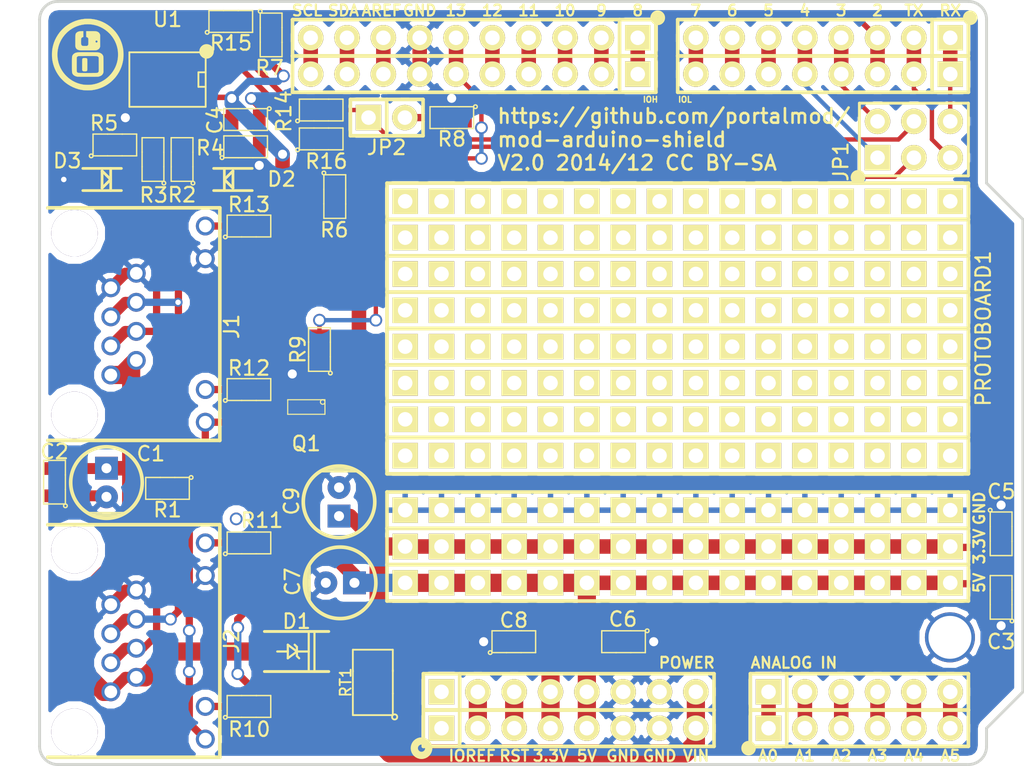
<source format=kicad_pcb>
(kicad_pcb (version 4) (host pcbnew "(2014-jul-16 BZR unknown)-product")
  (layers (0 Front signal) (31 Back signal) (34 B.Paste user) (35 F.Paste user) (36 B.SilkS user) (37 F.SilkS user) (38 B.Mask user) (39 F.Mask user) (44 Edge.Cuts user))
  (net 0 "")
  (net 1 +9V)
  (net 2 3.3V)
  (net 3 5V)
  (net 4 AD0)
  (net 5 AD1)
  (net 6 AD2)
  (net 7 AD3)
  (net 8 AD4/SDA)
  (net 9 AD5/SCL)
  (net 10 AREF)
  (net 11 GND)
  (net 12 IO0/RXD)
  (net 13 IO1/TXD)
  (net 14 IO10/SS)
  (net 15 IO11/MOSI)
  (net 16 IO12/MISO)
  (net 17 IO13/SCK)
  (net 18 IO2)
  (net 19 IO3)
  (net 20 IO4)
  (net 21 IO5)
  (net 22 IO6)
  (net 23 IO7)
  (net 24 IO8)
  (net 25 IO9)
  (net 26 RESET)
  (net 27 RS422_A)
  (net 28 RS422_B)
  (net 29 SHIELD_RXD)
  (net 30 SHIELD_TXD)
  (net 31 "Net-(D1-Pad2)")
  (net 32 "Net-(J1-Pad9)")
  (net 33 "Net-(J1-Pad10)")
  (net 34 "Net-(J1-Pad12)")
  (net 35 "Net-(J2-Pad10)")
  (net 36 "Net-(J2-Pad12)")
  (net 37 "Net-(POWER1-Pad1)")
  (net 38 "Net-(POWER_PROTO1-Pad1)")
  (net 39 "Net-(PROTOBOARD1-Pad16)")
  (net 40 "Net-(PROTOBOARD1-Pad15)")
  (net 41 "Net-(PROTOBOARD1-Pad14)")
  (net 42 "Net-(PROTOBOARD1-Pad13)")
  (net 43 "Net-(PROTOBOARD1-Pad12)")
  (net 44 "Net-(PROTOBOARD1-Pad11)")
  (net 45 "Net-(PROTOBOARD1-Pad10)")
  (net 46 "Net-(PROTOBOARD1-Pad7)")
  (net 47 "Net-(PROTOBOARD1-Pad6)")
  (net 48 "Net-(PROTOBOARD1-Pad8)")
  (net 49 "Net-(PROTOBOARD1-Pad9)")
  (net 50 "Net-(PROTOBOARD1-Pad5)")
  (net 51 "Net-(PROTOBOARD1-Pad4)")
  (net 52 "Net-(PROTOBOARD1-Pad1)")
  (net 53 "Net-(PROTOBOARD1-Pad2)")
  (net 54 "Net-(PROTOBOARD1-Pad3)")
  (net 55 "Net-(Q1-Pad1)")
  (net 56 "Net-(R2-Pad2)")
  (net 57 "Net-(R3-Pad2)")
  (net 58 "Net-(R14-Pad1)")
  (net 59 "Net-(R15-Pad1)")
  (net 60 "Net-(R16-Pad1)")
  (net 61 "Net-(JP2-Pad2)")
  (net 62 IOREF)
  (net 63 9V)
  (module HOLE_3MM (layer Front) (at 160 110.49)
    (fp_text reference H1 hide)
    (fp_text value HOLE hide)
    (pad 1 thru_hole circle (at 0 0 180) (size 3.5 3.5) (drill 3) (layers *.Cu *.Mask) (net 11 GND))
  )
  (module MOD_Arduino_Shield_RC1:HEADER_100MIL_1R6P_PTH (layer Front) (at 153.67 116.84)
    (fp_text reference AD1 hide)
    (fp_text value HEADER_1x6 hide)
    (pad 6 thru_hole circle (at 6.35 0) (size 1.778 1.778) (drill 1.016) (layers *.Cu *.Mask F.SilkS) (net 9 AD5/SCL))
    (pad 5 thru_hole circle (at 3.81 0) (size 1.778 1.778) (drill 1.016) (layers *.Cu *.Mask F.SilkS) (net 8 AD4/SDA))
    (pad 4 thru_hole circle (at 1.27 0) (size 1.778 1.778) (drill 1.016) (layers *.Cu *.Mask F.SilkS) (net 7 AD3))
    (pad 1 thru_hole rect (at -6.35 0) (size 1.778 1.778) (drill 1.016) (layers *.Cu *.Mask F.SilkS) (net 4 AD0))
    (pad 2 thru_hole circle (at -3.81 0) (size 1.778 1.778) (drill 1.016) (layers *.Cu *.Mask F.SilkS) (net 5 AD1))
    (pad 3 thru_hole circle (at -1.27 0) (size 1.778 1.778) (drill 1.016) (layers *.Cu *.Mask F.SilkS) (net 6 AD2))
  )
  (module MOD_Arduino_Shield_RC1:HEADER_100MIL_1R6P_PTH (layer Front) (at 153.67 114.3)
    (fp_text reference AD_PROTO1 hide)
    (fp_text value HEADER_1x6 hide)
    (pad 6 thru_hole circle (at 6.35 0) (size 1.778 1.778) (drill 1.016) (layers *.Cu *.Mask F.SilkS) (net 9 AD5/SCL))
    (pad 5 thru_hole circle (at 3.81 0) (size 1.778 1.778) (drill 1.016) (layers *.Cu *.Mask F.SilkS) (net 8 AD4/SDA))
    (pad 4 thru_hole circle (at 1.27 0) (size 1.778 1.778) (drill 1.016) (layers *.Cu *.Mask F.SilkS) (net 7 AD3))
    (pad 1 thru_hole rect (at -6.35 0) (size 1.778 1.778) (drill 1.016) (layers *.Cu *.Mask F.SilkS) (net 4 AD0))
    (pad 2 thru_hole circle (at -3.81 0) (size 1.778 1.778) (drill 1.016) (layers *.Cu *.Mask F.SilkS) (net 5 AD1))
    (pad 3 thru_hole circle (at -1.27 0) (size 1.778 1.778) (drill 1.016) (layers *.Cu *.Mask F.SilkS) (net 6 AD2))
  )
  (module MOD_Arduino_Shield_RC1:CAP_RAD_5MM (layer Front) (at 101.0412 99.6696)
    (fp_text reference C1 (at 3.0988 -2.0096) (layer F.SilkS) (effects (font (size 1.016 1.016) (thickness 0.1524))))
    (fp_text value 100uF hide)
    (pad 2 thru_hole circle (at 0 1 180) (size 1.6 1.6) (drill 0.7) (layers *.Cu *.Mask) (net 11 GND))
    (pad 1 thru_hole rect (at 0 -1 180) (size 1.6 1.6) (drill 0.7) (layers *.Cu *.Mask) (net 1 +9V))
  )
  (module MOD_Arduino_Shield_RC1:SM0805 (layer Front) (at 97.409 99.6442 90)
    (fp_text reference C2 (at 2.1342 0.001 180) (layer F.SilkS) (effects (font (size 1.016 1.016) (thickness 0.1524))))
    (fp_text value 100nF hide)
    (pad 1 smd rect (at -0.9525 0 90) (size 0.889 1.397) (layers Front F.Paste F.Mask) (net 11 GND))
    (pad 2 smd rect (at 0.9525 0 90) (size 0.889 1.397) (layers Front F.Paste F.Mask) (net 1 +9V))
  )
  (module MOD_Arduino_Shield_RC1:SM0805 (layer Front) (at 163.576 107.696 90)
    (fp_text reference C3 (at -3.094 0.004 180) (layer F.SilkS) (effects (font (size 1.016 1.016) (thickness 0.1524))))
    (fp_text value 100nF hide)
    (pad 1 smd rect (at -0.9525 0 90) (size 0.889 1.397) (layers Front F.Paste F.Mask) (net 11 GND))
    (pad 2 smd rect (at 0.9525 0 90) (size 0.889 1.397) (layers Front F.Paste F.Mask) (net 3 5V))
  )
  (module MOD_Arduino_Shield_RC1:SM0805 (layer Front) (at 110.7694 74.295 180)
    (fp_text reference C4 (at 2.1494 -0.045 450) (layer F.SilkS) (effects (font (size 1.016 1.016) (thickness 0.1524))))
    (fp_text value 100nF hide)
    (pad 1 smd rect (at -0.9525 0 180) (size 0.889 1.397) (layers Front F.Paste F.Mask) (net 11 GND))
    (pad 2 smd rect (at 0.9525 0 180) (size 0.889 1.397) (layers Front F.Paste F.Mask) (net 3 5V))
  )
  (module MOD_Arduino_Shield_RC1:SM0805 (layer Front) (at 163.576 103.251 270)
    (fp_text reference C5 (at -2.951 -0.014 360) (layer F.SilkS) (effects (font (size 1.016 1.016) (thickness 0.1524))))
    (fp_text value 100nF hide)
    (pad 1 smd rect (at -0.9525 0 270) (size 0.889 1.397) (layers Front F.Paste F.Mask) (net 11 GND))
    (pad 2 smd rect (at 0.9525 0 270) (size 0.889 1.397) (layers Front F.Paste F.Mask) (net 2 3.3V))
  )
  (module MOD_Arduino_Shield_RC1:SM0805 (layer Front) (at 137.1854 110.7948 180)
    (fp_text reference C6 (at 0.0454 1.5748 180) (layer F.SilkS) (effects (font (size 1.016 1.016) (thickness 0.1524))))
    (fp_text value 100nF hide)
    (pad 1 smd rect (at -0.9525 0 180) (size 0.889 1.397) (layers Front F.Paste F.Mask) (net 11 GND))
    (pad 2 smd rect (at 0.9525 0 180) (size 0.889 1.397) (layers Front F.Paste F.Mask) (net 3 5V))
  )
  (module MOD_Arduino_Shield_RC1:CAP_RAD_5MM (layer Front) (at 117.3734 106.68 270)
    (fp_text reference C7 (at -0.08 3.3234 270) (layer F.SilkS) (effects (font (size 1.016 1.016) (thickness 0.1524))))
    (fp_text value 100uF hide)
    (pad 2 thru_hole circle (at 0 1 90) (size 1.6 1.6) (drill 0.7) (layers *.Cu *.Mask) (net 11 GND))
    (pad 1 thru_hole rect (at 0 -1 90) (size 1.6 1.6) (drill 0.7) (layers *.Cu *.Mask) (net 3 5V))
  )
  (module MOD_Arduino_Shield_RC1:SM0805 (layer Front) (at 129.5146 110.7948)
    (fp_text reference C8 (at 0 -1.5) (layer F.SilkS) (effects (font (size 1.016 1.016) (thickness 0.1524))))
    (fp_text value 100nF hide)
    (pad 1 smd rect (at -0.9525 0) (size 0.889 1.397) (layers Front F.Paste F.Mask) (net 11 GND))
    (pad 2 smd rect (at 0.9525 0) (size 0.889 1.397) (layers Front F.Paste F.Mask) (net 2 3.3V))
  )
  (module MOD_Arduino_Shield_RC1:CAP_RAD_5MM (layer Front) (at 117.2972 101.0158 180)
    (fp_text reference C9 (at 3.3172 0.0458 270) (layer F.SilkS) (effects (font (size 1.016 1.016) (thickness 0.1524))))
    (fp_text value 100uF hide)
    (pad 2 thru_hole circle (at 0 1) (size 1.6 1.6) (drill 0.7) (layers *.Cu *.Mask) (net 11 GND))
    (pad 1 thru_hole rect (at 0 -1) (size 1.6 1.6) (drill 0.7) (layers *.Cu *.Mask) (net 2 3.3V))
  )
  (module "MOD_Arduino_Shield_RC1:DO-214AC(SMA)" (layer Front) (at 114.33 111.48)
    (fp_text reference D1 (at 0 -2.11) (layer F.SilkS) (effects (font (size 1.016 1.016) (thickness 0.1524))))
    (fp_text value CGRA4007-G hide)
    (pad 1 smd rect (at -2.25 0) (size 1.5 2.6) (layers Front F.Paste F.Mask) (net 1 +9V))
    (pad 2 smd rect (at 2.25 0) (size 1.5 2.6) (layers Front F.Paste F.Mask) (net 31 "Net-(D1-Pad2)"))
  )
  (module MOD_Arduino_Shield_RC1:SOD123 (layer Front) (at 109.8804 78.486)
    (fp_text reference D2 (at 3.3996 -0.026 180) (layer F.SilkS) (effects (font (size 1.016 1.016) (thickness 0.1524))))
    (fp_text value MMSZ5242B hide)
    (pad 2 smd rect (at -1.778 0) (size 1.016 0.8509) (layers Front F.Paste F.Mask) (net 28 RS422_B))
    (pad 1 smd rect (at 1.778 0) (size 1.016 0.8509) (layers Front F.Paste F.Mask) (net 11 GND))
  )
  (module MOD_Arduino_Shield_RC1:SOD123 (layer Front) (at 100.7364 78.486 180)
    (fp_text reference D3 (at 2.4364 1.306 360) (layer F.SilkS) (effects (font (size 1.016 1.016) (thickness 0.1524))))
    (fp_text value MMSZ5242B hide)
    (pad 2 smd rect (at -1.778 0 180) (size 1.016 0.8509) (layers Front F.Paste F.Mask) (net 27 RS422_A))
    (pad 1 smd rect (at 1.778 0 180) (size 1.016 0.8509) (layers Front F.Paste F.Mask) (net 11 GND))
  )
  (module MOD_Arduino_Shield_RC1:HEADER_100MIL_1R10P_PTH (layer Front) (at 126.746 68.58 180)
    (fp_text reference IOH1 hide)
    (fp_text value HEADER_1x10 hide)
    (pad 10 thru_hole circle (at 11.43 0 180) (size 1.778 1.778) (drill 1.016) (layers *.Cu *.Mask F.SilkS) (net 9 AD5/SCL))
    (pad 7 thru_hole circle (at 3.81 0 180) (size 1.778 1.778) (drill 1.016) (layers *.Cu *.Mask F.SilkS) (net 11 GND))
    (pad 6 thru_hole circle (at 1.27 0 180) (size 1.778 1.778) (drill 1.016) (layers *.Cu *.Mask F.SilkS) (net 17 IO13/SCK))
    (pad 8 thru_hole circle (at 6.35 0 180) (size 1.778 1.778) (drill 1.016) (layers *.Cu *.Mask F.SilkS) (net 10 AREF))
    (pad 9 thru_hole circle (at 8.89 0 180) (size 1.778 1.778) (drill 1.016) (layers *.Cu *.Mask F.SilkS) (net 8 AD4/SDA))
    (pad 5 thru_hole circle (at -1.27 0 180) (size 1.778 1.778) (drill 1.016) (layers *.Cu *.Mask F.SilkS) (net 16 IO12/MISO))
    (pad 4 thru_hole circle (at -3.81 0 180) (size 1.778 1.778) (drill 1.016) (layers *.Cu *.Mask F.SilkS) (net 15 IO11/MOSI))
    (pad 1 thru_hole rect (at -11.43 0 180) (size 1.778 1.778) (drill 1.016) (layers *.Cu *.Mask F.SilkS) (net 24 IO8))
    (pad 2 thru_hole circle (at -8.89 0 180) (size 1.778 1.778) (drill 1.016) (layers *.Cu *.Mask F.SilkS) (net 25 IO9))
    (pad 3 thru_hole circle (at -6.35 0 180) (size 1.778 1.778) (drill 1.016) (layers *.Cu *.Mask F.SilkS) (net 14 IO10/SS))
  )
  (module MOD_Arduino_Shield_RC1:HEADER_100MIL_1R10P_PTH (layer Front) (at 126.746 71.12 180)
    (fp_text reference IOH_PROTO1 hide)
    (fp_text value HEADER_1x10 hide)
    (pad 10 thru_hole circle (at 11.43 0 180) (size 1.778 1.778) (drill 1.016) (layers *.Cu *.Mask F.SilkS) (net 9 AD5/SCL))
    (pad 7 thru_hole circle (at 3.81 0 180) (size 1.778 1.778) (drill 1.016) (layers *.Cu *.Mask F.SilkS) (net 11 GND))
    (pad 6 thru_hole circle (at 1.27 0 180) (size 1.778 1.778) (drill 1.016) (layers *.Cu *.Mask F.SilkS) (net 17 IO13/SCK))
    (pad 8 thru_hole circle (at 6.35 0 180) (size 1.778 1.778) (drill 1.016) (layers *.Cu *.Mask F.SilkS) (net 10 AREF))
    (pad 9 thru_hole circle (at 8.89 0 180) (size 1.778 1.778) (drill 1.016) (layers *.Cu *.Mask F.SilkS) (net 8 AD4/SDA))
    (pad 5 thru_hole circle (at -1.27 0 180) (size 1.778 1.778) (drill 1.016) (layers *.Cu *.Mask F.SilkS) (net 16 IO12/MISO))
    (pad 4 thru_hole circle (at -3.81 0 180) (size 1.778 1.778) (drill 1.016) (layers *.Cu *.Mask F.SilkS) (net 15 IO11/MOSI))
    (pad 1 thru_hole rect (at -11.43 0 180) (size 1.778 1.778) (drill 1.016) (layers *.Cu *.Mask F.SilkS) (net 24 IO8))
    (pad 2 thru_hole circle (at -8.89 0 180) (size 1.778 1.778) (drill 1.016) (layers *.Cu *.Mask F.SilkS) (net 25 IO9))
    (pad 3 thru_hole circle (at -6.35 0 180) (size 1.778 1.778) (drill 1.016) (layers *.Cu *.Mask F.SilkS) (net 14 IO10/SS))
  )
  (module MOD_Arduino_Shield_RC1:HEADER_100MIL_1R8P_PTH (layer Front) (at 151.13 68.58 180)
    (fp_text reference IOL1 hide)
    (fp_text value HEADER_1x8 hide)
    (pad 7 thru_hole circle (at 6.35 0 180) (size 1.778 1.778) (drill 1.016) (layers *.Cu *.Mask F.SilkS) (net 22 IO6))
    (pad 6 thru_hole circle (at 3.81 0 180) (size 1.778 1.778) (drill 1.016) (layers *.Cu *.Mask F.SilkS) (net 21 IO5))
    (pad 8 thru_hole circle (at 8.89 0 180) (size 1.778 1.778) (drill 1.016) (layers *.Cu *.Mask F.SilkS) (net 23 IO7))
    (pad 5 thru_hole circle (at 1.27 0 180) (size 1.778 1.778) (drill 1.016) (layers *.Cu *.Mask F.SilkS) (net 20 IO4))
    (pad 4 thru_hole circle (at -1.27 0 180) (size 1.778 1.778) (drill 1.016) (layers *.Cu *.Mask F.SilkS) (net 19 IO3))
    (pad 1 thru_hole rect (at -8.89 0 180) (size 1.778 1.778) (drill 1.016) (layers *.Cu *.Mask F.SilkS) (net 12 IO0/RXD))
    (pad 2 thru_hole circle (at -6.35 0 180) (size 1.778 1.778) (drill 1.016) (layers *.Cu *.Mask F.SilkS) (net 13 IO1/TXD))
    (pad 3 thru_hole circle (at -3.81 0 180) (size 1.778 1.778) (drill 1.016) (layers *.Cu *.Mask F.SilkS) (net 18 IO2))
  )
  (module MOD_Arduino_Shield_RC1:HEADER_100MIL_1R8P_PTH (layer Front) (at 151.13 71.12 180)
    (fp_text reference IOL_PROTO1 hide)
    (fp_text value HEADER_1x8 hide)
    (pad 7 thru_hole circle (at 6.35 0 180) (size 1.778 1.778) (drill 1.016) (layers *.Cu *.Mask F.SilkS) (net 22 IO6))
    (pad 6 thru_hole circle (at 3.81 0 180) (size 1.778 1.778) (drill 1.016) (layers *.Cu *.Mask F.SilkS) (net 21 IO5))
    (pad 8 thru_hole circle (at 8.89 0 180) (size 1.778 1.778) (drill 1.016) (layers *.Cu *.Mask F.SilkS) (net 23 IO7))
    (pad 5 thru_hole circle (at 1.27 0 180) (size 1.778 1.778) (drill 1.016) (layers *.Cu *.Mask F.SilkS) (net 20 IO4))
    (pad 4 thru_hole circle (at -1.27 0 180) (size 1.778 1.778) (drill 1.016) (layers *.Cu *.Mask F.SilkS) (net 19 IO3))
    (pad 1 thru_hole rect (at -8.89 0 180) (size 1.778 1.778) (drill 1.016) (layers *.Cu *.Mask F.SilkS) (net 12 IO0/RXD))
    (pad 2 thru_hole circle (at -6.35 0 180) (size 1.778 1.778) (drill 1.016) (layers *.Cu *.Mask F.SilkS) (net 13 IO1/TXD))
    (pad 3 thru_hole circle (at -3.81 0 180) (size 1.778 1.778) (drill 1.016) (layers *.Cu *.Mask F.SilkS) (net 18 IO2))
  )
  (module MOD_Arduino_Shield_RC1:RJ45-RJHSE5084 (layer Front) (at 101.346 88.5952 270)
    (fp_text reference J1 (at 0.1648 -8.444 270) (layer F.SilkS) (effects (font (size 1.016 1.016) (thickness 0.1524))))
    (fp_text value RJHSE-5084 hide)
    (pad 9 thru_hole circle (at 6.858 -6.604 90) (size 1.3208 1.3208) (drill 0.889) (layers *.Cu *.Mask) (net 32 "Net-(J1-Pad9)"))
    (pad 10 thru_hole circle (at 4.572 -6.604 90) (size 1.3208 1.3208) (drill 0.889) (layers *.Cu *.Mask) (net 33 "Net-(J1-Pad10)"))
    (pad 11 thru_hole circle (at -4.572 -6.604 90) (size 1.3208 1.3208) (drill 0.889) (layers *.Cu *.Mask) (net 11 GND))
    (pad 12 thru_hole circle (at -6.858 -6.604 90) (size 1.3208 1.3208) (drill 0.889) (layers *.Cu *.Mask) (net 34 "Net-(J1-Pad12)"))
    (pad 8 thru_hole circle (at -3.556 -1.778 90) (size 1.3208 1.3208) (drill 0.889) (layers *.Cu *.Mask) (net 11 GND))
    (pad 6 thru_hole circle (at -1.524 -1.778 90) (size 1.3208 1.3208) (drill 0.889) (layers *.Cu *.Mask) (net 28 RS422_B))
    (pad 4 thru_hole circle (at 0.508 -1.778 90) (size 1.3208 1.3208) (drill 0.889) (layers *.Cu *.Mask) (net 27 RS422_A))
    (pad 2 thru_hole circle (at 2.54 -1.778 90) (size 1.3208 1.3208) (drill 0.889) (layers *.Cu *.Mask) (net 1 +9V))
    (pad 5 thru_hole circle (at -0.508 0 90) (size 1.3208 1.3208) (drill 0.889) (layers *.Cu *.Mask) (net 28 RS422_B))
    (pad 3 thru_hole circle (at 1.524 0 90) (size 1.3208 1.3208) (drill 0.889) (layers *.Cu *.Mask) (net 27 RS422_A))
    (pad 7 thru_hole circle (at -2.54 0 90) (size 1.3208 1.3208) (drill 0.889) (layers *.Cu *.Mask) (net 11 GND))
    (pad 1 thru_hole circle (at 3.556 0 90) (size 1.3208 1.3208) (drill 0.889) (layers *.Cu *.Mask) (net 1 +9V))
    (pad 14 thru_hole circle (at 6.35 2.54 90) (size 3.2512 3.2512) (drill 3.2512) (layers *.Cu *.Mask))
    (pad 13 thru_hole circle (at -6.35 2.54 90) (size 3.2512 3.2512) (drill 3.2512) (layers *.Cu *.Mask))
  )
  (module MOD_Arduino_Shield_RC1:RJ45-RJHSE5084 (layer Front) (at 101.346 110.744 270)
    (fp_text reference J2 (at 0.006 -8.444 270) (layer F.SilkS) (effects (font (size 1.016 1.016) (thickness 0.1524))))
    (fp_text value RJHSE-5084 hide)
    (pad 9 thru_hole circle (at 6.858 -6.604 90) (size 1.3208 1.3208) (drill 0.889) (layers *.Cu *.Mask) (net 32 "Net-(J1-Pad9)"))
    (pad 10 thru_hole circle (at 4.572 -6.604 90) (size 1.3208 1.3208) (drill 0.889) (layers *.Cu *.Mask) (net 35 "Net-(J2-Pad10)"))
    (pad 11 thru_hole circle (at -4.572 -6.604 90) (size 1.3208 1.3208) (drill 0.889) (layers *.Cu *.Mask) (net 11 GND))
    (pad 12 thru_hole circle (at -6.858 -6.604 90) (size 1.3208 1.3208) (drill 0.889) (layers *.Cu *.Mask) (net 36 "Net-(J2-Pad12)"))
    (pad 8 thru_hole circle (at -3.556 -1.778 90) (size 1.3208 1.3208) (drill 0.889) (layers *.Cu *.Mask) (net 11 GND))
    (pad 6 thru_hole circle (at -1.524 -1.778 90) (size 1.3208 1.3208) (drill 0.889) (layers *.Cu *.Mask) (net 28 RS422_B))
    (pad 4 thru_hole circle (at 0.508 -1.778 90) (size 1.3208 1.3208) (drill 0.889) (layers *.Cu *.Mask) (net 27 RS422_A))
    (pad 2 thru_hole circle (at 2.54 -1.778 90) (size 1.3208 1.3208) (drill 0.889) (layers *.Cu *.Mask) (net 1 +9V))
    (pad 5 thru_hole circle (at -0.508 0 90) (size 1.3208 1.3208) (drill 0.889) (layers *.Cu *.Mask) (net 28 RS422_B))
    (pad 3 thru_hole circle (at 1.524 0 90) (size 1.3208 1.3208) (drill 0.889) (layers *.Cu *.Mask) (net 27 RS422_A))
    (pad 7 thru_hole circle (at -2.54 0 90) (size 1.3208 1.3208) (drill 0.889) (layers *.Cu *.Mask) (net 11 GND))
    (pad 1 thru_hole circle (at 3.556 0 90) (size 1.3208 1.3208) (drill 0.889) (layers *.Cu *.Mask) (net 1 +9V))
    (pad 14 thru_hole circle (at 6.35 2.54 90) (size 3.2512 3.2512) (drill 3.2512) (layers *.Cu *.Mask))
    (pad 13 thru_hole circle (at -6.35 2.54 90) (size 3.2512 3.2512) (drill 3.2512) (layers *.Cu *.Mask))
  )
  (module MOD_Arduino_Shield_RC1:HEADER_100MIL_2R3P_PTH (layer Front) (at 157.48 75.692)
    (fp_text reference JP1 (at -5.1054 1.54432 270) (layer F.SilkS) (effects (font (size 1.016 1.016) (thickness 0.1524))))
    (fp_text value HEADER_2x3_180 hide)
    (pad 1 thru_hole rect (at -2.54 1.27) (size 1.778 1.778) (drill 1.016) (layers *.Cu *.Mask F.SilkS) (net 20 IO4))
    (pad 2 thru_hole circle (at -2.54 -1.27) (size 1.778 1.778) (drill 1.016) (layers *.Cu *.Mask F.SilkS) (net 19 IO3))
    (pad 3 thru_hole circle (at 0 1.27) (size 1.778 1.778) (drill 1.016) (layers *.Cu *.Mask F.SilkS) (net 30 SHIELD_TXD))
    (pad 4 thru_hole circle (at 0 -1.27) (size 1.778 1.778) (drill 1.016) (layers *.Cu *.Mask F.SilkS) (net 29 SHIELD_RXD))
    (pad 5 thru_hole circle (at 2.54 1.27) (size 1.778 1.778) (drill 1.016) (layers *.Cu *.Mask F.SilkS) (net 13 IO1/TXD))
    (pad 6 thru_hole circle (at 2.54 -1.27) (size 1.778 1.778) (drill 1.016) (layers *.Cu *.Mask F.SilkS) (net 12 IO0/RXD))
  )
  (module MOD_Arduino_Shield_RC1:HEADER_100MIL_1R8P_PTH (layer Front) (at 133.35 116.84)
    (fp_text reference POWER1 hide)
    (fp_text value HEADER_1x8 hide)
    (pad 7 thru_hole circle (at 6.35 0) (size 1.778 1.778) (drill 1.016) (layers *.Cu *.Mask F.SilkS) (net 11 GND))
    (pad 6 thru_hole circle (at 3.81 0) (size 1.778 1.778) (drill 1.016) (layers *.Cu *.Mask F.SilkS) (net 11 GND))
    (pad 8 thru_hole circle (at 8.89 0) (size 1.778 1.778) (drill 1.016) (layers *.Cu *.Mask F.SilkS) (net 63 9V))
    (pad 5 thru_hole circle (at 1.27 0) (size 1.778 1.778) (drill 1.016) (layers *.Cu *.Mask F.SilkS) (net 3 5V))
    (pad 4 thru_hole circle (at -1.27 0) (size 1.778 1.778) (drill 1.016) (layers *.Cu *.Mask F.SilkS) (net 2 3.3V))
    (pad 1 thru_hole rect (at -8.89 0) (size 1.778 1.778) (drill 1.016) (layers *.Cu *.Mask F.SilkS) (net 37 "Net-(POWER1-Pad1)"))
    (pad 2 thru_hole circle (at -6.35 0) (size 1.778 1.778) (drill 1.016) (layers *.Cu *.Mask F.SilkS) (net 62 IOREF))
    (pad 3 thru_hole circle (at -3.81 0) (size 1.778 1.778) (drill 1.016) (layers *.Cu *.Mask F.SilkS) (net 26 RESET))
  )
  (module MOD_Arduino_Shield_RC1:HEADER_100MIL_1R8P_PTH (layer Front) (at 133.35 114.3)
    (fp_text reference POWER_PROTO1 hide)
    (fp_text value HEADER_1x8 hide)
    (pad 7 thru_hole circle (at 6.35 0) (size 1.778 1.778) (drill 1.016) (layers *.Cu *.Mask F.SilkS) (net 11 GND))
    (pad 6 thru_hole circle (at 3.81 0) (size 1.778 1.778) (drill 1.016) (layers *.Cu *.Mask F.SilkS) (net 11 GND))
    (pad 8 thru_hole circle (at 8.89 0) (size 1.778 1.778) (drill 1.016) (layers *.Cu *.Mask F.SilkS) (net 63 9V))
    (pad 5 thru_hole circle (at 1.27 0) (size 1.778 1.778) (drill 1.016) (layers *.Cu *.Mask F.SilkS) (net 3 5V))
    (pad 4 thru_hole circle (at -1.27 0) (size 1.778 1.778) (drill 1.016) (layers *.Cu *.Mask F.SilkS) (net 2 3.3V))
    (pad 1 thru_hole rect (at -8.89 0) (size 1.778 1.778) (drill 1.016) (layers *.Cu *.Mask F.SilkS) (net 38 "Net-(POWER_PROTO1-Pad1)"))
    (pad 2 thru_hole circle (at -6.35 0) (size 1.778 1.778) (drill 1.016) (layers *.Cu *.Mask F.SilkS) (net 62 IOREF))
    (pad 3 thru_hole circle (at -3.81 0) (size 1.778 1.778) (drill 1.016) (layers *.Cu *.Mask F.SilkS) (net 26 RESET))
  )
  (module MOD_Arduino_Shield_RC1:PROTOBOARD_100MIL_8R16P_PTH (layer Front) (at 140.97 88.9)
    (fp_text reference PROTOBOARD1 (at 21.3614 0 90) (layer F.SilkS) (effects (font (size 1.016 1.016) (thickness 0.1524))))
    (fp_text value PROTO_8x16 hide)
    (pad 16 thru_hole rect (at 19.05 6.35) (size 1.778 1.778) (drill 1.016) (layers *.Cu *.Mask F.SilkS) (net 39 "Net-(PROTOBOARD1-Pad16)"))
    (pad 15 thru_hole rect (at 16.51 6.35) (size 1.778 1.778) (drill 1.016) (layers *.Cu *.Mask F.SilkS) (net 40 "Net-(PROTOBOARD1-Pad15)"))
    (pad 14 thru_hole rect (at 13.97 6.35) (size 1.778 1.778) (drill 1.016) (layers *.Cu *.Mask F.SilkS) (net 41 "Net-(PROTOBOARD1-Pad14)"))
    (pad 13 thru_hole rect (at 11.43 6.35) (size 1.778 1.778) (drill 1.016) (layers *.Cu *.Mask F.SilkS) (net 42 "Net-(PROTOBOARD1-Pad13)"))
    (pad 12 thru_hole rect (at 8.89 6.35) (size 1.778 1.778) (drill 1.016) (layers *.Cu *.Mask F.SilkS) (net 43 "Net-(PROTOBOARD1-Pad12)"))
    (pad 11 thru_hole rect (at 6.35 6.35) (size 1.778 1.778) (drill 1.016) (layers *.Cu *.Mask F.SilkS) (net 44 "Net-(PROTOBOARD1-Pad11)"))
    (pad 10 thru_hole rect (at 3.81 6.35) (size 1.778 1.778) (drill 1.016) (layers *.Cu *.Mask F.SilkS) (net 45 "Net-(PROTOBOARD1-Pad10)"))
    (pad 7 thru_hole rect (at -3.81 6.35) (size 1.778 1.778) (drill 1.016) (layers *.Cu *.Mask F.SilkS) (net 46 "Net-(PROTOBOARD1-Pad7)"))
    (pad 6 thru_hole rect (at -6.35 6.35) (size 1.778 1.778) (drill 1.016) (layers *.Cu *.Mask F.SilkS) (net 47 "Net-(PROTOBOARD1-Pad6)"))
    (pad 8 thru_hole rect (at -1.27 6.35) (size 1.778 1.778) (drill 1.016) (layers *.Cu *.Mask F.SilkS) (net 48 "Net-(PROTOBOARD1-Pad8)"))
    (pad 9 thru_hole rect (at 1.27 6.35) (size 1.778 1.778) (drill 1.016) (layers *.Cu *.Mask F.SilkS) (net 49 "Net-(PROTOBOARD1-Pad9)"))
    (pad 5 thru_hole rect (at -8.89 6.35) (size 1.778 1.778) (drill 1.016) (layers *.Cu *.Mask F.SilkS) (net 50 "Net-(PROTOBOARD1-Pad5)"))
    (pad 4 thru_hole rect (at -11.43 6.35) (size 1.778 1.778) (drill 1.016) (layers *.Cu *.Mask F.SilkS) (net 51 "Net-(PROTOBOARD1-Pad4)"))
    (pad 1 thru_hole rect (at -19.05 6.35) (size 1.778 1.778) (drill 1.016) (layers *.Cu *.Mask F.SilkS) (net 52 "Net-(PROTOBOARD1-Pad1)"))
    (pad 2 thru_hole rect (at -16.51 6.35) (size 1.778 1.778) (drill 1.016) (layers *.Cu *.Mask F.SilkS) (net 53 "Net-(PROTOBOARD1-Pad2)"))
    (pad 3 thru_hole rect (at -13.97 6.35) (size 1.778 1.778) (drill 1.016) (layers *.Cu *.Mask F.SilkS) (net 54 "Net-(PROTOBOARD1-Pad3)"))
    (pad 3 thru_hole rect (at -13.97 8.89) (size 1.778 1.778) (drill 1.016) (layers *.Cu *.Mask F.SilkS) (net 54 "Net-(PROTOBOARD1-Pad3)"))
    (pad 2 thru_hole rect (at -16.51 8.89) (size 1.778 1.778) (drill 1.016) (layers *.Cu *.Mask F.SilkS) (net 53 "Net-(PROTOBOARD1-Pad2)"))
    (pad 1 thru_hole rect (at -19.05 8.89) (size 1.778 1.778) (drill 1.016) (layers *.Cu *.Mask F.SilkS) (net 52 "Net-(PROTOBOARD1-Pad1)"))
    (pad 4 thru_hole rect (at -11.43 8.89) (size 1.778 1.778) (drill 1.016) (layers *.Cu *.Mask F.SilkS) (net 51 "Net-(PROTOBOARD1-Pad4)"))
    (pad 5 thru_hole rect (at -8.89 8.89) (size 1.778 1.778) (drill 1.016) (layers *.Cu *.Mask F.SilkS) (net 50 "Net-(PROTOBOARD1-Pad5)"))
    (pad 9 thru_hole rect (at 1.27 8.89) (size 1.778 1.778) (drill 1.016) (layers *.Cu *.Mask F.SilkS) (net 49 "Net-(PROTOBOARD1-Pad9)"))
    (pad 8 thru_hole rect (at -1.27 8.89) (size 1.778 1.778) (drill 1.016) (layers *.Cu *.Mask F.SilkS) (net 48 "Net-(PROTOBOARD1-Pad8)"))
    (pad 6 thru_hole rect (at -6.35 8.89) (size 1.778 1.778) (drill 1.016) (layers *.Cu *.Mask F.SilkS) (net 47 "Net-(PROTOBOARD1-Pad6)"))
    (pad 7 thru_hole rect (at -3.81 8.89) (size 1.778 1.778) (drill 1.016) (layers *.Cu *.Mask F.SilkS) (net 46 "Net-(PROTOBOARD1-Pad7)"))
    (pad 10 thru_hole rect (at 3.81 8.89) (size 1.778 1.778) (drill 1.016) (layers *.Cu *.Mask F.SilkS) (net 45 "Net-(PROTOBOARD1-Pad10)"))
    (pad 11 thru_hole rect (at 6.35 8.89) (size 1.778 1.778) (drill 1.016) (layers *.Cu *.Mask F.SilkS) (net 44 "Net-(PROTOBOARD1-Pad11)"))
    (pad 12 thru_hole rect (at 8.89 8.89) (size 1.778 1.778) (drill 1.016) (layers *.Cu *.Mask F.SilkS) (net 43 "Net-(PROTOBOARD1-Pad12)"))
    (pad 13 thru_hole rect (at 11.43 8.89) (size 1.778 1.778) (drill 1.016) (layers *.Cu *.Mask F.SilkS) (net 42 "Net-(PROTOBOARD1-Pad13)"))
    (pad 14 thru_hole rect (at 13.97 8.89) (size 1.778 1.778) (drill 1.016) (layers *.Cu *.Mask F.SilkS) (net 41 "Net-(PROTOBOARD1-Pad14)"))
    (pad 15 thru_hole rect (at 16.51 8.89) (size 1.778 1.778) (drill 1.016) (layers *.Cu *.Mask F.SilkS) (net 40 "Net-(PROTOBOARD1-Pad15)"))
    (pad 16 thru_hole rect (at 19.05 8.89) (size 1.778 1.778) (drill 1.016) (layers *.Cu *.Mask F.SilkS) (net 39 "Net-(PROTOBOARD1-Pad16)"))
    (pad 16 thru_hole rect (at 19.05 3.81) (size 1.778 1.778) (drill 1.016) (layers *.Cu *.Mask F.SilkS) (net 39 "Net-(PROTOBOARD1-Pad16)"))
    (pad 15 thru_hole rect (at 16.51 3.81) (size 1.778 1.778) (drill 1.016) (layers *.Cu *.Mask F.SilkS) (net 40 "Net-(PROTOBOARD1-Pad15)"))
    (pad 14 thru_hole rect (at 13.97 3.81) (size 1.778 1.778) (drill 1.016) (layers *.Cu *.Mask F.SilkS) (net 41 "Net-(PROTOBOARD1-Pad14)"))
    (pad 13 thru_hole rect (at 11.43 3.81) (size 1.778 1.778) (drill 1.016) (layers *.Cu *.Mask F.SilkS) (net 42 "Net-(PROTOBOARD1-Pad13)"))
    (pad 12 thru_hole rect (at 8.89 3.81) (size 1.778 1.778) (drill 1.016) (layers *.Cu *.Mask F.SilkS) (net 43 "Net-(PROTOBOARD1-Pad12)"))
    (pad 11 thru_hole rect (at 6.35 3.81) (size 1.778 1.778) (drill 1.016) (layers *.Cu *.Mask F.SilkS) (net 44 "Net-(PROTOBOARD1-Pad11)"))
    (pad 10 thru_hole rect (at 3.81 3.81) (size 1.778 1.778) (drill 1.016) (layers *.Cu *.Mask F.SilkS) (net 45 "Net-(PROTOBOARD1-Pad10)"))
    (pad 7 thru_hole rect (at -3.81 3.81) (size 1.778 1.778) (drill 1.016) (layers *.Cu *.Mask F.SilkS) (net 46 "Net-(PROTOBOARD1-Pad7)"))
    (pad 6 thru_hole rect (at -6.35 3.81) (size 1.778 1.778) (drill 1.016) (layers *.Cu *.Mask F.SilkS) (net 47 "Net-(PROTOBOARD1-Pad6)"))
    (pad 8 thru_hole rect (at -1.27 3.81) (size 1.778 1.778) (drill 1.016) (layers *.Cu *.Mask F.SilkS) (net 48 "Net-(PROTOBOARD1-Pad8)"))
    (pad 9 thru_hole rect (at 1.27 3.81) (size 1.778 1.778) (drill 1.016) (layers *.Cu *.Mask F.SilkS) (net 49 "Net-(PROTOBOARD1-Pad9)"))
    (pad 5 thru_hole rect (at -8.89 3.81) (size 1.778 1.778) (drill 1.016) (layers *.Cu *.Mask F.SilkS) (net 50 "Net-(PROTOBOARD1-Pad5)"))
    (pad 4 thru_hole rect (at -11.43 3.81) (size 1.778 1.778) (drill 1.016) (layers *.Cu *.Mask F.SilkS) (net 51 "Net-(PROTOBOARD1-Pad4)"))
    (pad 1 thru_hole rect (at -19.05 3.81) (size 1.778 1.778) (drill 1.016) (layers *.Cu *.Mask F.SilkS) (net 52 "Net-(PROTOBOARD1-Pad1)"))
    (pad 2 thru_hole rect (at -16.51 3.81) (size 1.778 1.778) (drill 1.016) (layers *.Cu *.Mask F.SilkS) (net 53 "Net-(PROTOBOARD1-Pad2)"))
    (pad 3 thru_hole rect (at -13.97 3.81) (size 1.778 1.778) (drill 1.016) (layers *.Cu *.Mask F.SilkS) (net 54 "Net-(PROTOBOARD1-Pad3)"))
    (pad 3 thru_hole rect (at -13.97 1.27) (size 1.778 1.778) (drill 1.016) (layers *.Cu *.Mask F.SilkS) (net 54 "Net-(PROTOBOARD1-Pad3)"))
    (pad 2 thru_hole rect (at -16.51 1.27) (size 1.778 1.778) (drill 1.016) (layers *.Cu *.Mask F.SilkS) (net 53 "Net-(PROTOBOARD1-Pad2)"))
    (pad 1 thru_hole rect (at -19.05 1.27) (size 1.778 1.778) (drill 1.016) (layers *.Cu *.Mask F.SilkS) (net 52 "Net-(PROTOBOARD1-Pad1)"))
    (pad 4 thru_hole rect (at -11.43 1.27) (size 1.778 1.778) (drill 1.016) (layers *.Cu *.Mask F.SilkS) (net 51 "Net-(PROTOBOARD1-Pad4)"))
    (pad 5 thru_hole rect (at -8.89 1.27) (size 1.778 1.778) (drill 1.016) (layers *.Cu *.Mask F.SilkS) (net 50 "Net-(PROTOBOARD1-Pad5)"))
    (pad 9 thru_hole rect (at 1.27 1.27) (size 1.778 1.778) (drill 1.016) (layers *.Cu *.Mask F.SilkS) (net 49 "Net-(PROTOBOARD1-Pad9)"))
    (pad 8 thru_hole rect (at -1.27 1.27) (size 1.778 1.778) (drill 1.016) (layers *.Cu *.Mask F.SilkS) (net 48 "Net-(PROTOBOARD1-Pad8)"))
    (pad 6 thru_hole rect (at -6.35 1.27) (size 1.778 1.778) (drill 1.016) (layers *.Cu *.Mask F.SilkS) (net 47 "Net-(PROTOBOARD1-Pad6)"))
    (pad 7 thru_hole rect (at -3.81 1.27) (size 1.778 1.778) (drill 1.016) (layers *.Cu *.Mask F.SilkS) (net 46 "Net-(PROTOBOARD1-Pad7)"))
    (pad 10 thru_hole rect (at 3.81 1.27) (size 1.778 1.778) (drill 1.016) (layers *.Cu *.Mask F.SilkS) (net 45 "Net-(PROTOBOARD1-Pad10)"))
    (pad 11 thru_hole rect (at 6.35 1.27) (size 1.778 1.778) (drill 1.016) (layers *.Cu *.Mask F.SilkS) (net 44 "Net-(PROTOBOARD1-Pad11)"))
    (pad 12 thru_hole rect (at 8.89 1.27) (size 1.778 1.778) (drill 1.016) (layers *.Cu *.Mask F.SilkS) (net 43 "Net-(PROTOBOARD1-Pad12)"))
    (pad 13 thru_hole rect (at 11.43 1.27) (size 1.778 1.778) (drill 1.016) (layers *.Cu *.Mask F.SilkS) (net 42 "Net-(PROTOBOARD1-Pad13)"))
    (pad 14 thru_hole rect (at 13.97 1.27) (size 1.778 1.778) (drill 1.016) (layers *.Cu *.Mask F.SilkS) (net 41 "Net-(PROTOBOARD1-Pad14)"))
    (pad 15 thru_hole rect (at 16.51 1.27) (size 1.778 1.778) (drill 1.016) (layers *.Cu *.Mask F.SilkS) (net 40 "Net-(PROTOBOARD1-Pad15)"))
    (pad 16 thru_hole rect (at 19.05 1.27) (size 1.778 1.778) (drill 1.016) (layers *.Cu *.Mask F.SilkS) (net 39 "Net-(PROTOBOARD1-Pad16)"))
    (pad 16 thru_hole rect (at 19.05 -1.27) (size 1.778 1.778) (drill 1.016) (layers *.Cu *.Mask F.SilkS) (net 39 "Net-(PROTOBOARD1-Pad16)"))
    (pad 15 thru_hole rect (at 16.51 -1.27) (size 1.778 1.778) (drill 1.016) (layers *.Cu *.Mask F.SilkS) (net 40 "Net-(PROTOBOARD1-Pad15)"))
    (pad 14 thru_hole rect (at 13.97 -1.27) (size 1.778 1.778) (drill 1.016) (layers *.Cu *.Mask F.SilkS) (net 41 "Net-(PROTOBOARD1-Pad14)"))
    (pad 13 thru_hole rect (at 11.43 -1.27) (size 1.778 1.778) (drill 1.016) (layers *.Cu *.Mask F.SilkS) (net 42 "Net-(PROTOBOARD1-Pad13)"))
    (pad 12 thru_hole rect (at 8.89 -1.27) (size 1.778 1.778) (drill 1.016) (layers *.Cu *.Mask F.SilkS) (net 43 "Net-(PROTOBOARD1-Pad12)"))
    (pad 11 thru_hole rect (at 6.35 -1.27) (size 1.778 1.778) (drill 1.016) (layers *.Cu *.Mask F.SilkS) (net 44 "Net-(PROTOBOARD1-Pad11)"))
    (pad 10 thru_hole rect (at 3.81 -1.27) (size 1.778 1.778) (drill 1.016) (layers *.Cu *.Mask F.SilkS) (net 45 "Net-(PROTOBOARD1-Pad10)"))
    (pad 7 thru_hole rect (at -3.81 -1.27) (size 1.778 1.778) (drill 1.016) (layers *.Cu *.Mask F.SilkS) (net 46 "Net-(PROTOBOARD1-Pad7)"))
    (pad 6 thru_hole rect (at -6.35 -1.27) (size 1.778 1.778) (drill 1.016) (layers *.Cu *.Mask F.SilkS) (net 47 "Net-(PROTOBOARD1-Pad6)"))
    (pad 8 thru_hole rect (at -1.27 -1.27) (size 1.778 1.778) (drill 1.016) (layers *.Cu *.Mask F.SilkS) (net 48 "Net-(PROTOBOARD1-Pad8)"))
    (pad 9 thru_hole rect (at 1.27 -1.27) (size 1.778 1.778) (drill 1.016) (layers *.Cu *.Mask F.SilkS) (net 49 "Net-(PROTOBOARD1-Pad9)"))
    (pad 5 thru_hole rect (at -8.89 -1.27) (size 1.778 1.778) (drill 1.016) (layers *.Cu *.Mask F.SilkS) (net 50 "Net-(PROTOBOARD1-Pad5)"))
    (pad 4 thru_hole rect (at -11.43 -1.27) (size 1.778 1.778) (drill 1.016) (layers *.Cu *.Mask F.SilkS) (net 51 "Net-(PROTOBOARD1-Pad4)"))
    (pad 1 thru_hole rect (at -19.05 -1.27) (size 1.778 1.778) (drill 1.016) (layers *.Cu *.Mask F.SilkS) (net 52 "Net-(PROTOBOARD1-Pad1)"))
    (pad 2 thru_hole rect (at -16.51 -1.27) (size 1.778 1.778) (drill 1.016) (layers *.Cu *.Mask F.SilkS) (net 53 "Net-(PROTOBOARD1-Pad2)"))
    (pad 3 thru_hole rect (at -13.97 -1.27) (size 1.778 1.778) (drill 1.016) (layers *.Cu *.Mask F.SilkS) (net 54 "Net-(PROTOBOARD1-Pad3)"))
    (pad 3 thru_hole rect (at -13.97 -3.81) (size 1.778 1.778) (drill 1.016) (layers *.Cu *.Mask F.SilkS) (net 54 "Net-(PROTOBOARD1-Pad3)"))
    (pad 2 thru_hole rect (at -16.51 -3.81) (size 1.778 1.778) (drill 1.016) (layers *.Cu *.Mask F.SilkS) (net 53 "Net-(PROTOBOARD1-Pad2)"))
    (pad 1 thru_hole rect (at -19.05 -3.81) (size 1.778 1.778) (drill 1.016) (layers *.Cu *.Mask F.SilkS) (net 52 "Net-(PROTOBOARD1-Pad1)"))
    (pad 4 thru_hole rect (at -11.43 -3.81) (size 1.778 1.778) (drill 1.016) (layers *.Cu *.Mask F.SilkS) (net 51 "Net-(PROTOBOARD1-Pad4)"))
    (pad 5 thru_hole rect (at -8.89 -3.81) (size 1.778 1.778) (drill 1.016) (layers *.Cu *.Mask F.SilkS) (net 50 "Net-(PROTOBOARD1-Pad5)"))
    (pad 9 thru_hole rect (at 1.27 -3.81) (size 1.778 1.778) (drill 1.016) (layers *.Cu *.Mask F.SilkS) (net 49 "Net-(PROTOBOARD1-Pad9)"))
    (pad 8 thru_hole rect (at -1.27 -3.81) (size 1.778 1.778) (drill 1.016) (layers *.Cu *.Mask F.SilkS) (net 48 "Net-(PROTOBOARD1-Pad8)"))
    (pad 6 thru_hole rect (at -6.35 -3.81) (size 1.778 1.778) (drill 1.016) (layers *.Cu *.Mask F.SilkS) (net 47 "Net-(PROTOBOARD1-Pad6)"))
    (pad 7 thru_hole rect (at -3.81 -3.81) (size 1.778 1.778) (drill 1.016) (layers *.Cu *.Mask F.SilkS) (net 46 "Net-(PROTOBOARD1-Pad7)"))
    (pad 10 thru_hole rect (at 3.81 -3.81) (size 1.778 1.778) (drill 1.016) (layers *.Cu *.Mask F.SilkS) (net 45 "Net-(PROTOBOARD1-Pad10)"))
    (pad 11 thru_hole rect (at 6.35 -3.81) (size 1.778 1.778) (drill 1.016) (layers *.Cu *.Mask F.SilkS) (net 44 "Net-(PROTOBOARD1-Pad11)"))
    (pad 12 thru_hole rect (at 8.89 -3.81) (size 1.778 1.778) (drill 1.016) (layers *.Cu *.Mask F.SilkS) (net 43 "Net-(PROTOBOARD1-Pad12)"))
    (pad 13 thru_hole rect (at 11.43 -3.81) (size 1.778 1.778) (drill 1.016) (layers *.Cu *.Mask F.SilkS) (net 42 "Net-(PROTOBOARD1-Pad13)"))
    (pad 14 thru_hole rect (at 13.97 -3.81) (size 1.778 1.778) (drill 1.016) (layers *.Cu *.Mask F.SilkS) (net 41 "Net-(PROTOBOARD1-Pad14)"))
    (pad 15 thru_hole rect (at 16.51 -3.81) (size 1.778 1.778) (drill 1.016) (layers *.Cu *.Mask F.SilkS) (net 40 "Net-(PROTOBOARD1-Pad15)"))
    (pad 16 thru_hole rect (at 19.05 -3.81) (size 1.778 1.778) (drill 1.016) (layers *.Cu *.Mask F.SilkS) (net 39 "Net-(PROTOBOARD1-Pad16)"))
    (pad 16 thru_hole rect (at 19.05 -6.35) (size 1.778 1.778) (drill 1.016) (layers *.Cu *.Mask F.SilkS) (net 39 "Net-(PROTOBOARD1-Pad16)"))
    (pad 15 thru_hole rect (at 16.51 -6.35) (size 1.778 1.778) (drill 1.016) (layers *.Cu *.Mask F.SilkS) (net 40 "Net-(PROTOBOARD1-Pad15)"))
    (pad 14 thru_hole rect (at 13.97 -6.35) (size 1.778 1.778) (drill 1.016) (layers *.Cu *.Mask F.SilkS) (net 41 "Net-(PROTOBOARD1-Pad14)"))
    (pad 13 thru_hole rect (at 11.43 -6.35) (size 1.778 1.778) (drill 1.016) (layers *.Cu *.Mask F.SilkS) (net 42 "Net-(PROTOBOARD1-Pad13)"))
    (pad 12 thru_hole rect (at 8.89 -6.35) (size 1.778 1.778) (drill 1.016) (layers *.Cu *.Mask F.SilkS) (net 43 "Net-(PROTOBOARD1-Pad12)"))
    (pad 11 thru_hole rect (at 6.35 -6.35) (size 1.778 1.778) (drill 1.016) (layers *.Cu *.Mask F.SilkS) (net 44 "Net-(PROTOBOARD1-Pad11)"))
    (pad 10 thru_hole rect (at 3.81 -6.35) (size 1.778 1.778) (drill 1.016) (layers *.Cu *.Mask F.SilkS) (net 45 "Net-(PROTOBOARD1-Pad10)"))
    (pad 7 thru_hole rect (at -3.81 -6.35) (size 1.778 1.778) (drill 1.016) (layers *.Cu *.Mask F.SilkS) (net 46 "Net-(PROTOBOARD1-Pad7)"))
    (pad 6 thru_hole rect (at -6.35 -6.35) (size 1.778 1.778) (drill 1.016) (layers *.Cu *.Mask F.SilkS) (net 47 "Net-(PROTOBOARD1-Pad6)"))
    (pad 8 thru_hole rect (at -1.27 -6.35) (size 1.778 1.778) (drill 1.016) (layers *.Cu *.Mask F.SilkS) (net 48 "Net-(PROTOBOARD1-Pad8)"))
    (pad 9 thru_hole rect (at 1.27 -6.35) (size 1.778 1.778) (drill 1.016) (layers *.Cu *.Mask F.SilkS) (net 49 "Net-(PROTOBOARD1-Pad9)"))
    (pad 5 thru_hole rect (at -8.89 -6.35) (size 1.778 1.778) (drill 1.016) (layers *.Cu *.Mask F.SilkS) (net 50 "Net-(PROTOBOARD1-Pad5)"))
    (pad 4 thru_hole rect (at -11.43 -6.35) (size 1.778 1.778) (drill 1.016) (layers *.Cu *.Mask F.SilkS) (net 51 "Net-(PROTOBOARD1-Pad4)"))
    (pad 1 thru_hole rect (at -19.05 -6.35) (size 1.778 1.778) (drill 1.016) (layers *.Cu *.Mask F.SilkS) (net 52 "Net-(PROTOBOARD1-Pad1)"))
    (pad 2 thru_hole rect (at -16.51 -6.35) (size 1.778 1.778) (drill 1.016) (layers *.Cu *.Mask F.SilkS) (net 53 "Net-(PROTOBOARD1-Pad2)"))
    (pad 3 thru_hole rect (at -13.97 -6.35) (size 1.778 1.778) (drill 1.016) (layers *.Cu *.Mask F.SilkS) (net 54 "Net-(PROTOBOARD1-Pad3)"))
    (pad 3 thru_hole rect (at -13.97 -8.89) (size 1.778 1.778) (drill 1.016) (layers *.Cu *.Mask F.SilkS) (net 54 "Net-(PROTOBOARD1-Pad3)"))
    (pad 2 thru_hole rect (at -16.51 -8.89) (size 1.778 1.778) (drill 1.016) (layers *.Cu *.Mask F.SilkS) (net 53 "Net-(PROTOBOARD1-Pad2)"))
    (pad 1 thru_hole rect (at -19.05 -8.89) (size 1.778 1.778) (drill 1.016) (layers *.Cu *.Mask F.SilkS) (net 52 "Net-(PROTOBOARD1-Pad1)"))
    (pad 4 thru_hole rect (at -11.43 -8.89) (size 1.778 1.778) (drill 1.016) (layers *.Cu *.Mask F.SilkS) (net 51 "Net-(PROTOBOARD1-Pad4)"))
    (pad 5 thru_hole rect (at -8.89 -8.89) (size 1.778 1.778) (drill 1.016) (layers *.Cu *.Mask F.SilkS) (net 50 "Net-(PROTOBOARD1-Pad5)"))
    (pad 9 thru_hole rect (at 1.27 -8.89) (size 1.778 1.778) (drill 1.016) (layers *.Cu *.Mask F.SilkS) (net 49 "Net-(PROTOBOARD1-Pad9)"))
    (pad 8 thru_hole rect (at -1.27 -8.89) (size 1.778 1.778) (drill 1.016) (layers *.Cu *.Mask F.SilkS) (net 48 "Net-(PROTOBOARD1-Pad8)"))
    (pad 6 thru_hole rect (at -6.35 -8.89) (size 1.778 1.778) (drill 1.016) (layers *.Cu *.Mask F.SilkS) (net 47 "Net-(PROTOBOARD1-Pad6)"))
    (pad 7 thru_hole rect (at -3.81 -8.89) (size 1.778 1.778) (drill 1.016) (layers *.Cu *.Mask F.SilkS) (net 46 "Net-(PROTOBOARD1-Pad7)"))
    (pad 10 thru_hole rect (at 3.81 -8.89) (size 1.778 1.778) (drill 1.016) (layers *.Cu *.Mask F.SilkS) (net 45 "Net-(PROTOBOARD1-Pad10)"))
    (pad 11 thru_hole rect (at 6.35 -8.89) (size 1.778 1.778) (drill 1.016) (layers *.Cu *.Mask F.SilkS) (net 44 "Net-(PROTOBOARD1-Pad11)"))
    (pad 12 thru_hole rect (at 8.89 -8.89) (size 1.778 1.778) (drill 1.016) (layers *.Cu *.Mask F.SilkS) (net 43 "Net-(PROTOBOARD1-Pad12)"))
    (pad 13 thru_hole rect (at 11.43 -8.89) (size 1.778 1.778) (drill 1.016) (layers *.Cu *.Mask F.SilkS) (net 42 "Net-(PROTOBOARD1-Pad13)"))
    (pad 14 thru_hole rect (at 13.97 -8.89) (size 1.778 1.778) (drill 1.016) (layers *.Cu *.Mask F.SilkS) (net 41 "Net-(PROTOBOARD1-Pad14)"))
    (pad 15 thru_hole rect (at 16.51 -8.89) (size 1.778 1.778) (drill 1.016) (layers *.Cu *.Mask F.SilkS) (net 40 "Net-(PROTOBOARD1-Pad15)"))
    (pad 16 thru_hole rect (at 19.05 -8.89) (size 1.778 1.778) (drill 1.016) (layers *.Cu *.Mask F.SilkS) (net 39 "Net-(PROTOBOARD1-Pad16)"))
  )
  (module MOD_Arduino_Shield_RC1:PROTOBOARD_100MIL_1R16P_PTH (layer Front) (at 140.97 104.14)
    (fp_text reference PROTO_3.3V1 hide)
    (fp_text value HEADER_1x16 hide)
    (pad 16 thru_hole rect (at 19.05 0) (size 1.778 1.778) (drill 1.016) (layers *.Cu *.Mask F.SilkS) (net 2 3.3V))
    (pad 15 thru_hole rect (at 16.51 0) (size 1.778 1.778) (drill 1.016) (layers *.Cu *.Mask F.SilkS) (net 2 3.3V))
    (pad 14 thru_hole rect (at 13.97 0) (size 1.778 1.778) (drill 1.016) (layers *.Cu *.Mask F.SilkS) (net 2 3.3V))
    (pad 13 thru_hole rect (at 11.43 0) (size 1.778 1.778) (drill 1.016) (layers *.Cu *.Mask F.SilkS) (net 2 3.3V))
    (pad 12 thru_hole rect (at 8.89 0) (size 1.778 1.778) (drill 1.016) (layers *.Cu *.Mask F.SilkS) (net 2 3.3V))
    (pad 11 thru_hole rect (at 6.35 0) (size 1.778 1.778) (drill 1.016) (layers *.Cu *.Mask F.SilkS) (net 2 3.3V))
    (pad 10 thru_hole rect (at 3.81 0) (size 1.778 1.778) (drill 1.016) (layers *.Cu *.Mask F.SilkS) (net 2 3.3V))
    (pad 7 thru_hole rect (at -3.81 0) (size 1.778 1.778) (drill 1.016) (layers *.Cu *.Mask F.SilkS) (net 2 3.3V))
    (pad 6 thru_hole rect (at -6.35 0) (size 1.778 1.778) (drill 1.016) (layers *.Cu *.Mask F.SilkS) (net 2 3.3V))
    (pad 8 thru_hole rect (at -1.27 0) (size 1.778 1.778) (drill 1.016) (layers *.Cu *.Mask F.SilkS) (net 2 3.3V))
    (pad 9 thru_hole rect (at 1.27 0) (size 1.778 1.778) (drill 1.016) (layers *.Cu *.Mask F.SilkS) (net 2 3.3V))
    (pad 5 thru_hole rect (at -8.89 0) (size 1.778 1.778) (drill 1.016) (layers *.Cu *.Mask F.SilkS) (net 2 3.3V))
    (pad 4 thru_hole rect (at -11.43 0) (size 1.778 1.778) (drill 1.016) (layers *.Cu *.Mask F.SilkS) (net 2 3.3V))
    (pad 1 thru_hole rect (at -19.05 0) (size 1.778 1.778) (drill 1.016) (layers *.Cu *.Mask F.SilkS) (net 2 3.3V))
    (pad 2 thru_hole rect (at -16.51 0) (size 1.778 1.778) (drill 1.016) (layers *.Cu *.Mask F.SilkS) (net 2 3.3V))
    (pad 3 thru_hole rect (at -13.97 0) (size 1.778 1.778) (drill 1.016) (layers *.Cu *.Mask F.SilkS) (net 2 3.3V))
  )
  (module MOD_Arduino_Shield_RC1:PROTOBOARD_100MIL_1R16P_PTH (layer Front) (at 140.97 106.68)
    (fp_text reference PROTO_5V1 hide)
    (fp_text value HEADER_1x16 hide)
    (pad 16 thru_hole rect (at 19.05 0) (size 1.778 1.778) (drill 1.016) (layers *.Cu *.Mask F.SilkS) (net 3 5V))
    (pad 15 thru_hole rect (at 16.51 0) (size 1.778 1.778) (drill 1.016) (layers *.Cu *.Mask F.SilkS) (net 3 5V))
    (pad 14 thru_hole rect (at 13.97 0) (size 1.778 1.778) (drill 1.016) (layers *.Cu *.Mask F.SilkS) (net 3 5V))
    (pad 13 thru_hole rect (at 11.43 0) (size 1.778 1.778) (drill 1.016) (layers *.Cu *.Mask F.SilkS) (net 3 5V))
    (pad 12 thru_hole rect (at 8.89 0) (size 1.778 1.778) (drill 1.016) (layers *.Cu *.Mask F.SilkS) (net 3 5V))
    (pad 11 thru_hole rect (at 6.35 0) (size 1.778 1.778) (drill 1.016) (layers *.Cu *.Mask F.SilkS) (net 3 5V))
    (pad 10 thru_hole rect (at 3.81 0) (size 1.778 1.778) (drill 1.016) (layers *.Cu *.Mask F.SilkS) (net 3 5V))
    (pad 7 thru_hole rect (at -3.81 0) (size 1.778 1.778) (drill 1.016) (layers *.Cu *.Mask F.SilkS) (net 3 5V))
    (pad 6 thru_hole rect (at -6.35 0) (size 1.778 1.778) (drill 1.016) (layers *.Cu *.Mask F.SilkS) (net 3 5V))
    (pad 8 thru_hole rect (at -1.27 0) (size 1.778 1.778) (drill 1.016) (layers *.Cu *.Mask F.SilkS) (net 3 5V))
    (pad 9 thru_hole rect (at 1.27 0) (size 1.778 1.778) (drill 1.016) (layers *.Cu *.Mask F.SilkS) (net 3 5V))
    (pad 5 thru_hole rect (at -8.89 0) (size 1.778 1.778) (drill 1.016) (layers *.Cu *.Mask F.SilkS) (net 3 5V))
    (pad 4 thru_hole rect (at -11.43 0) (size 1.778 1.778) (drill 1.016) (layers *.Cu *.Mask F.SilkS) (net 3 5V))
    (pad 1 thru_hole rect (at -19.05 0) (size 1.778 1.778) (drill 1.016) (layers *.Cu *.Mask F.SilkS) (net 3 5V))
    (pad 2 thru_hole rect (at -16.51 0) (size 1.778 1.778) (drill 1.016) (layers *.Cu *.Mask F.SilkS) (net 3 5V))
    (pad 3 thru_hole rect (at -13.97 0) (size 1.778 1.778) (drill 1.016) (layers *.Cu *.Mask F.SilkS) (net 3 5V))
  )
  (module MOD_Arduino_Shield_RC1:PROTOBOARD_100MIL_1R16P_PTH (layer Front) (at 140.97 101.6)
    (fp_text reference PROTO_GND1 hide)
    (fp_text value HEADER_1x16 hide)
    (pad 16 thru_hole rect (at 19.05 0) (size 1.778 1.778) (drill 1.016) (layers *.Cu *.Mask F.SilkS) (net 11 GND))
    (pad 15 thru_hole rect (at 16.51 0) (size 1.778 1.778) (drill 1.016) (layers *.Cu *.Mask F.SilkS) (net 11 GND))
    (pad 14 thru_hole rect (at 13.97 0) (size 1.778 1.778) (drill 1.016) (layers *.Cu *.Mask F.SilkS) (net 11 GND))
    (pad 13 thru_hole rect (at 11.43 0) (size 1.778 1.778) (drill 1.016) (layers *.Cu *.Mask F.SilkS) (net 11 GND))
    (pad 12 thru_hole rect (at 8.89 0) (size 1.778 1.778) (drill 1.016) (layers *.Cu *.Mask F.SilkS) (net 11 GND))
    (pad 11 thru_hole rect (at 6.35 0) (size 1.778 1.778) (drill 1.016) (layers *.Cu *.Mask F.SilkS) (net 11 GND))
    (pad 10 thru_hole rect (at 3.81 0) (size 1.778 1.778) (drill 1.016) (layers *.Cu *.Mask F.SilkS) (net 11 GND))
    (pad 7 thru_hole rect (at -3.81 0) (size 1.778 1.778) (drill 1.016) (layers *.Cu *.Mask F.SilkS) (net 11 GND))
    (pad 6 thru_hole rect (at -6.35 0) (size 1.778 1.778) (drill 1.016) (layers *.Cu *.Mask F.SilkS) (net 11 GND))
    (pad 8 thru_hole rect (at -1.27 0) (size 1.778 1.778) (drill 1.016) (layers *.Cu *.Mask F.SilkS) (net 11 GND))
    (pad 9 thru_hole rect (at 1.27 0) (size 1.778 1.778) (drill 1.016) (layers *.Cu *.Mask F.SilkS) (net 11 GND))
    (pad 5 thru_hole rect (at -8.89 0) (size 1.778 1.778) (drill 1.016) (layers *.Cu *.Mask F.SilkS) (net 11 GND))
    (pad 4 thru_hole rect (at -11.43 0) (size 1.778 1.778) (drill 1.016) (layers *.Cu *.Mask F.SilkS) (net 11 GND))
    (pad 1 thru_hole rect (at -19.05 0) (size 1.778 1.778) (drill 1.016) (layers *.Cu *.Mask F.SilkS) (net 11 GND))
    (pad 2 thru_hole rect (at -16.51 0) (size 1.778 1.778) (drill 1.016) (layers *.Cu *.Mask F.SilkS) (net 11 GND))
    (pad 3 thru_hole rect (at -13.97 0) (size 1.778 1.778) (drill 1.016) (layers *.Cu *.Mask F.SilkS) (net 11 GND))
  )
  (module MOD_Arduino_Shield_RC1:SOT23 (layer Front) (at 114.98 94.39 180)
    (fp_text reference Q1 (at -0.02 -2.56 180) (layer F.SilkS) (effects (font (size 1.016 1.016) (thickness 0.1524))))
    (fp_text value MMBT3904 hide)
    (pad 3 smd rect (at 0 -1.09982 180) (size 0.8001 1.00076) (layers Front F.Paste F.Mask) (net 32 "Net-(J1-Pad9)"))
    (pad 2 smd rect (at 0.9525 1.09982 180) (size 0.8001 1.00076) (layers Front F.Paste F.Mask) (net 11 GND))
    (pad 1 smd rect (at -0.9525 1.09982 180) (size 0.8001 1.00076) (layers Front F.Paste F.Mask) (net 55 "Net-(Q1-Pad1)"))
  )
  (module MOD_Arduino_Shield_RC1:SM0805 (layer Front) (at 105.3084 100.076 180)
    (fp_text reference R1 (at 0 -1.5 180) (layer F.SilkS) (effects (font (size 1.016 1.016) (thickness 0.1524))))
    (fp_text value 120R hide)
    (pad 1 smd rect (at -0.9525 0 180) (size 0.889 1.397) (layers Front F.Paste F.Mask) (net 28 RS422_B))
    (pad 2 smd rect (at 0.9525 0 180) (size 0.889 1.397) (layers Front F.Paste F.Mask) (net 27 RS422_A))
  )
  (module MOD_Arduino_Shield_RC1:SM0805 (layer Front) (at 106.3244 77.089 90)
    (fp_text reference R2 (at -2.471 -0.0044 180) (layer F.SilkS) (effects (font (size 1.016 1.016) (thickness 0.1524))))
    (fp_text value 10R hide)
    (pad 1 smd rect (at -0.9525 0 90) (size 0.889 1.397) (layers Front F.Paste F.Mask) (net 28 RS422_B))
    (pad 2 smd rect (at 0.9525 0 90) (size 0.889 1.397) (layers Front F.Paste F.Mask) (net 56 "Net-(R2-Pad2)"))
  )
  (module MOD_Arduino_Shield_RC1:SM0805 (layer Front) (at 104.2924 77.089 90)
    (fp_text reference R3 (at -2.491 0.0476 180) (layer F.SilkS) (effects (font (size 1.016 1.016) (thickness 0.1524))))
    (fp_text value 10R hide)
    (pad 1 smd rect (at -0.9525 0 90) (size 0.889 1.397) (layers Front F.Paste F.Mask) (net 27 RS422_A))
    (pad 2 smd rect (at 0.9525 0 90) (size 0.889 1.397) (layers Front F.Paste F.Mask) (net 57 "Net-(R3-Pad2)"))
  )
  (module MOD_Arduino_Shield_RC1:SM0805 (layer Front) (at 110.7694 76.2)
    (fp_text reference R4 (at -2.4794 0.08 180) (layer F.SilkS) (effects (font (size 1.016 1.016) (thickness 0.1524))))
    (fp_text value 1k hide)
    (pad 1 smd rect (at -0.9525 0) (size 0.889 1.397) (layers Front F.Paste F.Mask) (net 56 "Net-(R2-Pad2)"))
    (pad 2 smd rect (at 0.9525 0) (size 0.889 1.397) (layers Front F.Paste F.Mask) (net 11 GND))
  )
  (module MOD_Arduino_Shield_RC1:SM0805 (layer Front) (at 101.6254 76.073)
    (fp_text reference R5 (at -0.7554 -1.523) (layer F.SilkS) (effects (font (size 1.016 1.016) (thickness 0.1524))))
    (fp_text value 1k hide)
    (pad 1 smd rect (at -0.9525 0) (size 0.889 1.397) (layers Front F.Paste F.Mask) (net 3 5V))
    (pad 2 smd rect (at 0.9525 0) (size 0.889 1.397) (layers Front F.Paste F.Mask) (net 57 "Net-(R3-Pad2)"))
  )
  (module MOD_Arduino_Shield_RC1:SM0805 (layer Front) (at 117 79.68 270)
    (fp_text reference R6 (at 2.3306 0.035 360) (layer F.SilkS) (effects (font (size 1.016 1.016) (thickness 0.1524))))
    (fp_text value 10k hide)
    (pad 1 smd rect (at -0.9525 0 270) (size 0.889 1.397) (layers Front F.Paste F.Mask) (net 30 SHIELD_TXD))
    (pad 2 smd rect (at 0.9525 0 270) (size 0.889 1.397) (layers Front F.Paste F.Mask) (net 3 5V))
  )
  (module MOD_Arduino_Shield_RC1:SM0805 (layer Front) (at 112.55 68.38 270)
    (fp_text reference R7 (at 2.3006 0.11 360) (layer F.SilkS) (effects (font (size 1.016 1.016) (thickness 0.1524))))
    (fp_text value 10k hide)
    (pad 1 smd rect (at -0.9525 0 270) (size 0.889 1.397) (layers Front F.Paste F.Mask) (net 18 IO2))
    (pad 2 smd rect (at 0.9525 0 270) (size 0.889 1.397) (layers Front F.Paste F.Mask) (net 3 5V))
  )
  (module MOD_Arduino_Shield_RC1:SM0805 (layer Front) (at 115.93 90.37 90)
    (fp_text reference R9 (at 0 -1.5 90) (layer F.SilkS) (effects (font (size 1.016 1.016) (thickness 0.1524))))
    (fp_text value 1k hide)
    (pad 1 smd rect (at -0.9525 0 90) (size 0.889 1.397) (layers Front F.Paste F.Mask) (net 55 "Net-(Q1-Pad1)"))
    (pad 2 smd rect (at 0.9525 0 90) (size 0.889 1.397) (layers Front F.Paste F.Mask) (net 17 IO13/SCK))
  )
  (module MOD_Arduino_Shield_RC1:SM0805 (layer Front) (at 111 115.32)
    (fp_text reference R10 (at 0.02 1.6) (layer F.SilkS) (effects (font (size 1.016 1.016) (thickness 0.1524))))
    (fp_text value 470R hide)
    (pad 1 smd rect (at -0.9525 0) (size 0.889 1.397) (layers Front F.Paste F.Mask) (net 35 "Net-(J2-Pad10)"))
    (pad 2 smd rect (at 0.9525 0) (size 0.889 1.397) (layers Front F.Paste F.Mask) (net 3 5V))
  )
  (module MOD_Arduino_Shield_RC1:SM0805 (layer Front) (at 111 103.89)
    (fp_text reference R11 (at 0.91 -1.58) (layer F.SilkS) (effects (font (size 1.016 1.016) (thickness 0.1524))))
    (fp_text value 470R hide)
    (pad 1 smd rect (at -0.9525 0) (size 0.889 1.397) (layers Front F.Paste F.Mask) (net 36 "Net-(J2-Pad12)"))
    (pad 2 smd rect (at 0.9525 0) (size 0.889 1.397) (layers Front F.Paste F.Mask) (net 3 5V))
  )
  (module MOD_Arduino_Shield_RC1:SM0805 (layer Front) (at 111 93.17)
    (fp_text reference R12 (at 0 -1.5) (layer F.SilkS) (effects (font (size 1.016 1.016) (thickness 0.1524))))
    (fp_text value 470R hide)
    (pad 1 smd rect (at -0.9525 0) (size 0.889 1.397) (layers Front F.Paste F.Mask) (net 33 "Net-(J1-Pad10)"))
    (pad 2 smd rect (at 0.9525 0) (size 0.889 1.397) (layers Front F.Paste F.Mask) (net 3 5V))
  )
  (module MOD_Arduino_Shield_RC1:SM0805 (layer Front) (at 111 81.74)
    (fp_text reference R13 (at 0 -1.5) (layer F.SilkS) (effects (font (size 1.016 1.016) (thickness 0.1524))))
    (fp_text value 470R hide)
    (pad 1 smd rect (at -0.9525 0) (size 0.889 1.397) (layers Front F.Paste F.Mask) (net 34 "Net-(J1-Pad12)"))
    (pad 2 smd rect (at 0.9525 0) (size 0.889 1.397) (layers Front F.Paste F.Mask) (net 3 5V))
  )
  (module MOD_Arduino_Shield_RC1:SM0805 (layer Front) (at 116.05 73.63)
    (fp_text reference R14 (at -2.61 0.1 90) (layer F.SilkS) (effects (font (size 1.016 1.016) (thickness 0.1524))))
    (fp_text value 100R hide)
    (pad 1 smd rect (at -0.9525 0) (size 0.889 1.397) (layers Front F.Paste F.Mask) (net 58 "Net-(R14-Pad1)"))
    (pad 2 smd rect (at 0.9525 0) (size 0.889 1.397) (layers Front F.Paste F.Mask) (net 29 SHIELD_RXD))
  )
  (module MOD_Arduino_Shield_RC1:SM0805 (layer Front) (at 109.73 67.44)
    (fp_text reference R15 (at 0.01 1.51 180) (layer F.SilkS) (effects (font (size 1.016 1.016) (thickness 0.1524))))
    (fp_text value 100R hide)
    (pad 1 smd rect (at -0.9525 0) (size 0.889 1.397) (layers Front F.Paste F.Mask) (net 59 "Net-(R15-Pad1)"))
    (pad 2 smd rect (at 0.9525 0) (size 0.889 1.397) (layers Front F.Paste F.Mask) (net 18 IO2))
  )
  (module MOD_Arduino_Shield_RC1:SM0805 (layer Front) (at 116.05 75.65)
    (fp_text reference R16 (at 0.36 1.57 180) (layer F.SilkS) (effects (font (size 1.016 1.016) (thickness 0.1524))))
    (fp_text value 100R hide)
    (pad 1 smd rect (at -0.9525 0) (size 0.889 1.397) (layers Front F.Paste F.Mask) (net 60 "Net-(R16-Pad1)"))
    (pad 2 smd rect (at 0.9525 0) (size 0.889 1.397) (layers Front F.Paste F.Mask) (net 30 SHIELD_TXD))
  )
  (module MOD_Arduino_Shield_RC1:SO8E (layer Front) (at 105.3084 71.501 180)
    (fp_text reference U1 (at 0 4.2 180) (layer F.SilkS) (effects (font (size 1.016 1.016) (thickness 0.1524))))
    (fp_text value SN75176BDR hide)
    (pad 8 smd rect (at -1.905 -2.667 180) (size 0.59944 1.39954) (layers Front F.Paste F.Mask) (net 3 5V))
    (pad 1 smd rect (at -1.905 2.667 180) (size 0.59944 1.39954) (layers Front F.Paste F.Mask) (net 58 "Net-(R14-Pad1)"))
    (pad 7 smd rect (at -0.635 -2.667 180) (size 0.59944 1.39954) (layers Front F.Paste F.Mask) (net 56 "Net-(R2-Pad2)"))
    (pad 6 smd rect (at 0.635 -2.667 180) (size 0.59944 1.39954) (layers Front F.Paste F.Mask) (net 57 "Net-(R3-Pad2)"))
    (pad 5 smd rect (at 1.905 -2.667 180) (size 0.59944 1.39954) (layers Front F.Paste F.Mask) (net 11 GND))
    (pad 2 smd rect (at -0.635 2.667 180) (size 0.59944 1.39954) (layers Front F.Paste F.Mask) (net 59 "Net-(R15-Pad1)"))
    (pad 3 smd rect (at 0.635 2.667 180) (size 0.59944 1.39954) (layers Front F.Paste F.Mask) (net 59 "Net-(R15-Pad1)"))
    (pad 4 smd rect (at 1.905 2.667 180) (size 0.59944 1.39954) (layers Front F.Paste F.Mask) (net 60 "Net-(R16-Pad1)"))
  )
  (module mod-arduino-shield-lib:HEADER_100MIL_1R2P_PTH (layer Front) (at 120.63 74.16)
    (fp_text reference JP2 (at -0.01 2.09 180) (layer F.SilkS) (effects (font (size 1.016 1.016) (thickness 0.1524))))
    (fp_text value HEADER_1x2_180 hide)
    (pad 1 thru_hole rect (at -1.27 0) (size 1.778 1.778) (drill 1.016) (layers *.Cu *.Mask F.SilkS) (net 29 SHIELD_RXD))
    (pad 2 thru_hole circle (at 1.27 0) (size 1.778 1.778) (drill 1.016) (layers *.Cu *.Mask F.SilkS) (net 61 "Net-(JP2-Pad2)"))
  )
  (module mod-arduino-shield-lib:SM0805 (layer Front) (at 125.18 74.16 180)
    (fp_text reference R8 (at 0 -1.5 180) (layer F.SilkS) (effects (font (size 1.016 1.016) (thickness 0.1524))))
    (fp_text value 180R hide)
    (pad 1 smd rect (at -0.9525 0 180) (size 0.889 1.397) (layers Front F.Paste F.Mask) (net 11 GND))
    (pad 2 smd rect (at 0.9525 0 180) (size 0.889 1.397) (layers Front F.Paste F.Mask) (net 61 "Net-(JP2-Pad2)"))
  )
  (module mod-arduino-shield-lib:SM1210 (layer Front) (at 119.66 113.64 90)
    (fp_text reference RT1 (at 0 -1.9 90) (layer F.SilkS) (effects (font (size 0.762 0.762) (thickness 0.127))))
    (fp_text value FUSE_500mA hide)
    (pad 1 smd rect (at -1.524 0 90) (size 1.27 2.54) (layers Front F.Paste F.Mask) (net 63 9V))
    (pad 2 smd rect (at 1.524 0 90) (size 1.27 2.54) (layers Front F.Paste F.Mask) (net 31 "Net-(D1-Pad2)"))
  )
  (module MOD_Footprints_Lib:MOD_Logo_Small (layer Front) (at 99.72802 69.75094)
    (fp_text reference LOGO hide)
    (fp_text value LOGO hide)
  )
  (gr_text A5 (at 160.03 118.77) (layer F.SilkS) (effects (font (size 0.762 0.762) (thickness 0.1524))))
  (gr_text A4 (at 157.48 118.77) (layer F.SilkS) (effects (font (size 0.762 0.762) (thickness 0.1524))))
  (gr_text A3 (at 154.94 118.77) (layer F.SilkS) (effects (font (size 0.762 0.762) (thickness 0.1524))))
  (gr_text A2 (at 152.41 118.77) (layer F.SilkS) (effects (font (size 0.762 0.762) (thickness 0.1524))))
  (gr_text A1 (at 149.86 118.77) (layer F.SilkS) (effects (font (size 0.762 0.762) (thickness 0.1524))))
  (gr_text A0 (at 147.29 118.77) (layer F.SilkS) (effects (font (size 0.762 0.762) (thickness 0.1524))))
  (gr_text VIN (at 142.26 118.77) (layer F.SilkS) (effects (font (size 0.762 0.762) (thickness 0.1524))))
  (gr_text GND (at 139.71 118.77) (layer F.SilkS) (effects (font (size 0.762 0.762) (thickness 0.1524))))
  (gr_text GND (at 137.15 118.77) (layer F.SilkS) (effects (font (size 0.762 0.762) (thickness 0.1524))))
  (gr_text 5V (at 134.62 118.77) (layer F.SilkS) (effects (font (size 0.762 0.762) (thickness 0.1524))))
  (gr_text 3.3V (at 132.09 118.77) (layer F.SilkS) (effects (font (size 0.762 0.762) (thickness 0.1524))))
  (gr_text RST (at 129.55 118.77) (layer F.SilkS) (effects (font (size 0.762 0.762) (thickness 0.1524))))
  (gr_text IOREF (at 126.6 118.77) (layer F.SilkS) (effects (font (size 0.762 0.762) (thickness 0.1524))))
  (gr_text RX (at 160.02 66.675) (layer F.SilkS) (effects (font (size 0.762 0.762) (thickness 0.1524))))
  (gr_text TX (at 157.48 66.675) (layer F.SilkS) (effects (font (size 0.762 0.762) (thickness 0.1524))))
  (gr_text 2 (at 154.94 66.675) (layer F.SilkS) (effects (font (size 0.762 0.762) (thickness 0.1524))))
  (gr_text 3 (at 152.4 66.675) (layer F.SilkS) (effects (font (size 0.762 0.762) (thickness 0.1524))))
  (gr_text 4 (at 149.86 66.675) (layer F.SilkS) (effects (font (size 0.762 0.762) (thickness 0.1524))))
  (gr_text 5 (at 147.32 66.675) (layer F.SilkS) (effects (font (size 0.762 0.762) (thickness 0.1524))))
  (gr_text 6 (at 144.78 66.675) (layer F.SilkS) (effects (font (size 0.762 0.762) (thickness 0.1524))))
  (gr_text 7 (at 142.24 66.675) (layer F.SilkS) (effects (font (size 0.762 0.762) (thickness 0.1524))))
  (gr_text 8 (at 138.176 66.675) (layer F.SilkS) (effects (font (size 0.762 0.762) (thickness 0.1524))))
  (gr_text 9 (at 135.636 66.675) (layer F.SilkS) (effects (font (size 0.762 0.762) (thickness 0.1524))))
  (gr_text 10 (at 133.096 66.675) (layer F.SilkS) (effects (font (size 0.762 0.762) (thickness 0.1524))))
  (gr_text 11 (at 130.556 66.675) (layer F.SilkS) (effects (font (size 0.762 0.762) (thickness 0.1524))))
  (gr_text 12 (at 128.016 66.675) (layer F.SilkS) (effects (font (size 0.762 0.762) (thickness 0.1524))))
  (gr_text 13 (at 125.476 66.675) (layer F.SilkS) (effects (font (size 0.762 0.762) (thickness 0.1524))))
  (gr_text GND (at 122.936 66.675) (layer F.SilkS) (effects (font (size 0.762 0.762) (thickness 0.1524))))
  (gr_text AREF (at 120.269 66.675) (layer F.SilkS) (effects (font (size 0.762 0.762) (thickness 0.1524))))
  (gr_text SDA (at 117.602 66.675) (layer F.SilkS) (effects (font (size 0.762 0.762) (thickness 0.1524))))
  (gr_text SCL (at 115.062 66.675) (layer F.SilkS) (effects (font (size 0.762 0.762) (thickness 0.1524))))
  (gr_circle (center 153.5684 78.3336) (end 153.797 78.2193) (layer F.SilkS) (width 0.508))
  (gr_circle (center 108.0389 69.5325) (end 108.2929 69.5071) (layer F.SilkS) (width 0.508))
  (gr_circle (center 161.417 67.183) (end 161.6202 67.0306) (layer F.SilkS) (width 0.508))
  (gr_circle (center 139.573 67.183) (end 139.827 67.1195) (layer F.SilkS) (width 0.508))
  (gr_circle (center 123.063 118.237) (end 123.2916 118.1354) (layer F.SilkS) (width 0.508))
  (gr_circle (center 145.923 118.237) (end 146.1516 118.1227) (layer F.SilkS) (width 0.508))
  (gr_line (start 97.6376 66.04) (end 161.3154 66.04) (angle 90) (layer Edge.Cuts) (width 0.2))
  (gr_line (start 96.3676 118.11) (end 96.3676 67.31) (angle 90) (layer Edge.Cuts) (width 0.2))
  (gr_text "https://github.com/portalmod/\nmod-arduino-shield\nV2.0 2014/12 CC BY-SA" (at 128.27 75.692) (layer F.SilkS) (effects (font (size 1.016 1.016) (thickness 0.1778)) (justify left)))
  (gr_text IOL (at 141.478 72.898) (layer F.SilkS) (effects (font (size 0.4 0.4) (thickness 0.1))))
  (gr_text IOH (at 139.065 72.898) (layer F.SilkS) (effects (font (size 0.4 0.4) (thickness 0.1))))
  (gr_text "ANALOG IN" (at 149.098 112.268) (layer F.SilkS) (effects (font (size 0.762 0.762) (thickness 0.1524))))
  (gr_text POWER (at 141.605 112.268) (layer F.SilkS) (effects (font (size 0.762 0.762) (thickness 0.1524))))
  (gr_text GND (at 162.052 101.473 90) (layer F.SilkS) (effects (font (size 0.762 0.762) (thickness 0.1524))))
  (gr_text 3.3V (at 162.052 104.14 90) (layer F.SilkS) (effects (font (size 0.762 0.762) (thickness 0.1524))))
  (gr_text 5V (at 162.052 106.68 90) (layer F.SilkS) (effects (font (size 0.762 0.762) (thickness 0.1524))))
  (gr_arc (start 161.29 118.11) (end 162.56 118.11) (angle 90) (layer Edge.Cuts) (width 0.2))
  (gr_arc (start 161.29 67.31) (end 161.29 66.04) (angle 90) (layer Edge.Cuts) (width 0.2))
  (gr_line (start 162.56 116.84) (end 162.56 118.11) (angle 90) (layer Edge.Cuts) (width 0.2))
  (gr_line (start 165.1 114.3) (end 162.56 116.84) (angle 90) (layer Edge.Cuts) (width 0.2))
  (gr_line (start 165.1 81.28) (end 165.1 114.3) (angle 90) (layer Edge.Cuts) (width 0.2))
  (gr_line (start 162.56 78.74) (end 165.1 81.28) (angle 90) (layer Edge.Cuts) (width 0.2))
  (gr_line (start 162.56 67.31) (end 162.56 78.74) (angle 90) (layer Edge.Cuts) (width 0.2))
  (gr_arc (start 97.6376 67.31) (end 96.3676 67.31) (angle 90) (layer Edge.Cuts) (width 0.2))
  (gr_arc (start 97.6376 118.11) (end 97.6376 119.38) (angle 90) (layer Edge.Cuts) (width 0.2))
  (gr_line (start 97.6884 119.38) (end 161.1884 119.38) (angle 90) (layer Edge.Cuts) (width 0.2))
  (via (at 110.11 102.21) (size 0.889) (layers Front Back) (net 0))
  (segment (start 97.409 98.6917) (end 101.0191 98.6917) (width 0.762) (layer Front) (net 1))
  (segment (start 101.0191 98.6917) (end 101.0412 98.6696) (width 0.762) (layer Front) (net 1))
  (segment (start 101.0412 98.6696) (end 102.7684 98.6696) (width 1.016) (layer Front) (net 1))
  (segment (start 102.7684 98.6696) (end 102.7684 98.6536) (width 1.016) (layer Front) (net 1))
  (segment (start 101.346 92.1512) (end 102.108 92.1512) (width 1.27) (layer Front) (net 1))
  (segment (start 102.108 92.1512) (end 102.7684 91.4908) (width 1.27) (layer Front) (net 1))
  (segment (start 102.7684 91.4908) (end 103.124 91.1352) (width 1.27) (layer Front) (net 1))
  (segment (start 102.7684 104.2924) (end 102.7684 98.6536) (width 1.27) (layer Front) (net 1))
  (segment (start 102.7684 98.6536) (end 102.7684 91.4908) (width 1.27) (layer Front) (net 1))
  (segment (start 99.5172 107.5436) (end 102.7684 104.2924) (width 1.27) (layer Front) (net 1))
  (segment (start 99.5172 112.9792) (end 100.838 114.3) (width 1.27) (layer Front) (net 1))
  (segment (start 101.346 114.3) (end 100.838 114.3) (width 1.27) (layer Front) (net 1))
  (segment (start 99.5172 112.9792) (end 99.5172 107.5436) (width 1.27) (layer Front) (net 1))
  (segment (start 102.7684 91.4908) (end 103.124 91.1352) (width 1.27) (layer Front) (net 1))
  (segment (start 103.124 113.284) (end 102.362 113.284) (width 0.762) (layer Front) (net 1))
  (segment (start 102.362 113.284) (end 101.346 114.3) (width 0.762) (layer Front) (net 1))
  (segment (start 103.756 113.284) (end 105.56 111.48) (width 1.27) (layer Front) (net 1))
  (segment (start 105.56 111.48) (end 112.08 111.48) (width 1.27) (layer Front) (net 1))
  (segment (start 103.124 113.284) (end 103.756 113.284) (width 1.27) (layer Front) (net 1))
  (segment (start 130.4671 110.7948) (end 132.08 110.7948) (width 0.762) (layer Front) (net 2))
  (segment (start 132.08 110.7948) (end 132.08 110.8964) (width 0.762) (layer Front) (net 2))
  (segment (start 132.08 114.3) (end 132.08 110.8964) (width 1.27) (layer Front) (net 2))
  (segment (start 132.08 110.8964) (end 132.08 109.9058) (width 1.27) (layer Front) (net 2))
  (segment (start 120.0658 104.1654) (end 120.0912 104.14) (width 1.27) (layer Front) (net 2))
  (segment (start 120.9548 108.9152) (end 120.0658 108.0262) (width 1.27) (layer Front) (net 2))
  (segment (start 132.08 109.9058) (end 131.0894 108.9152) (width 1.27) (layer Front) (net 2))
  (segment (start 120.0658 108.0262) (end 120.0658 104.1654) (width 1.27) (layer Front) (net 2))
  (segment (start 120.19 104.14) (end 121.92 104.14) (width 1.27) (layer Front) (net 2))
  (segment (start 120.0912 104.14) (end 120.19 104.14) (width 1.27) (layer Front) (net 2))
  (segment (start 163.576 104.2035) (end 160.0835 104.2035) (width 0.508) (layer Front) (net 2))
  (segment (start 160.0835 104.2035) (end 160.02 104.14) (width 0.508) (layer Front) (net 2))
  (segment (start 132.1435 114.2365) (end 132.08 114.3) (width 1.016) (layer Front) (net 2))
  (segment (start 132.1435 114.2365) (end 132.08 114.3) (width 0.762) (layer Front) (net 2))
  (segment (start 157.48 104.14) (end 160.02 104.14) (width 1.016) (layer Front) (net 2))
  (segment (start 154.94 104.14) (end 157.48 104.14) (width 1.016) (layer Front) (net 2))
  (segment (start 152.4 104.14) (end 154.94 104.14) (width 1.016) (layer Front) (net 2))
  (segment (start 149.86 104.14) (end 152.4 104.14) (width 1.016) (layer Front) (net 2))
  (segment (start 147.32 104.14) (end 149.86 104.14) (width 1.016) (layer Front) (net 2))
  (segment (start 144.78 104.14) (end 147.32 104.14) (width 1.016) (layer Front) (net 2))
  (segment (start 142.24 104.14) (end 144.78 104.14) (width 1.016) (layer Front) (net 2))
  (segment (start 139.7 104.14) (end 142.24 104.14) (width 1.016) (layer Front) (net 2))
  (segment (start 137.16 104.14) (end 139.7 104.14) (width 1.016) (layer Front) (net 2))
  (segment (start 134.62 104.14) (end 137.16 104.14) (width 1.016) (layer Front) (net 2))
  (segment (start 132.08 104.14) (end 134.62 104.14) (width 1.016) (layer Front) (net 2))
  (segment (start 129.54 104.14) (end 132.08 104.14) (width 1.016) (layer Front) (net 2))
  (segment (start 127 104.14) (end 129.54 104.14) (width 1.016) (layer Front) (net 2))
  (segment (start 124.46 104.14) (end 127 104.14) (width 1.016) (layer Front) (net 2))
  (segment (start 121.92 104.14) (end 124.46 104.14) (width 1.016) (layer Front) (net 2))
  (segment (start 132.08 116.84) (end 132.08 114.3) (width 1.27) (layer Front) (net 2))
  (segment (start 131.0894 108.9152) (end 120.9548 108.9152) (width 1.27) (layer Front) (net 2))
  (segment (start 118.0658 102.0158) (end 120.19 104.14) (width 1.016) (layer Front) (net 2))
  (segment (start 117.2972 102.0158) (end 118.0658 102.0158) (width 1.016) (layer Front) (net 2))
  (segment (start 112.55 69.3325) (end 112.55 70.386) (width 0.508) (layer Front) (net 3))
  (segment (start 110.992 71.628) (end 109.8 72.82) (width 0.508) (layer Back) (net 3))
  (segment (start 113.03 71.628) (end 110.992 71.628) (width 0.508) (layer Back) (net 3))
  (segment (start 113.411 71.247) (end 113.03 71.628) (width 0.508) (layer Back) (net 3))
  (via (at 113.411 71.247) (size 0.889) (layers Front Back) (net 3))
  (segment (start 112.55 70.386) (end 113.411 71.247) (width 0.508) (layer Front) (net 3))
  (segment (start 117 80.6325) (end 117 80.739) (width 0.508) (layer Front) (net 3))
  (segment (start 117 80.739) (end 114.6445 83.0945) (width 0.508) (layer Front) (net 3))
  (segment (start 113.35 81.788) (end 112.0005 81.788) (width 0.508) (layer Front) (net 3))
  (segment (start 112.0005 81.788) (end 111.9525 81.74) (width 0.508) (layer Front) (net 3))
  (segment (start 109.8169 74.295) (end 109.8296 74.295) (width 0.508) (layer Front) (net 3))
  (segment (start 107.2134 74.168) (end 109.6899 74.168) (width 0.508) (layer Front) (net 3))
  (segment (start 109.6899 74.168) (end 109.8169 74.295) (width 0.508) (layer Front) (net 3))
  (segment (start 109.6899 74.168) (end 109.8169 74.295) (width 0.508) (layer Front) (net 3))
  (segment (start 110.22 113.03) (end 111.9525 114.7625) (width 0.508) (layer Front) (net 3))
  (segment (start 111.9525 103.89) (end 111.9525 107.4775) (width 0.508) (layer Front) (net 3))
  (via (at 110.22 109.81) (size 0.889) (layers Front Back) (net 3))
  (segment (start 110.22 109.21) (end 110.22 109.81) (width 0.508) (layer Front) (net 3))
  (segment (start 111.9525 107.4775) (end 110.22 109.21) (width 0.508) (layer Front) (net 3))
  (segment (start 110.22 109.81) (end 110.22 113.03) (width 0.508) (layer Back) (net 3))
  (via (at 110.22 113.03) (size 0.889) (layers Front Back) (net 3))
  (segment (start 111.9525 114.7625) (end 111.9525 115.32) (width 0.508) (layer Front) (net 3))
  (segment (start 136.2329 110.7948) (end 134.62 110.7948) (width 0.762) (layer Front) (net 3))
  (segment (start 134.62 114.3) (end 134.62 110.7948) (width 1.27) (layer Front) (net 3))
  (segment (start 134.62 110.7948) (end 134.62 106.68) (width 1.27) (layer Front) (net 3))
  (segment (start 121.92 106.68) (end 118.3894 106.68) (width 1.27) (layer Back) (net 3))
  (via (at 118.3894 106.68) (size 0.889) (layers Front Back) (net 3))
  (segment (start 163.576 106.7435) (end 160.0835 106.7435) (width 0.508) (layer Front) (net 3))
  (segment (start 160.0835 106.7435) (end 160.02 106.68) (width 0.508) (layer Front) (net 3))
  (segment (start 129.54 106.68) (end 132.08 106.68) (width 1.27) (layer Front) (net 3))
  (segment (start 127 106.68) (end 129.54 106.68) (width 1.27) (layer Front) (net 3))
  (segment (start 124.46 106.68) (end 127 106.68) (width 1.27) (layer Front) (net 3))
  (segment (start 121.92 106.68) (end 124.46 106.68) (width 1.27) (layer Front) (net 3))
  (segment (start 132.08 106.68) (end 134.62 106.68) (width 1.27) (layer Front) (net 3))
  (segment (start 134.62 106.68) (end 137.16 106.68) (width 1.016) (layer Front) (net 3))
  (segment (start 137.16 106.68) (end 139.7 106.68) (width 1.016) (layer Front) (net 3))
  (segment (start 139.7 106.68) (end 142.24 106.68) (width 1.016) (layer Front) (net 3))
  (segment (start 147.32 106.68) (end 144.78 106.68) (width 1.016) (layer Front) (net 3))
  (segment (start 144.78 106.68) (end 142.24 106.68) (width 1.016) (layer Front) (net 3))
  (segment (start 149.86 106.68) (end 147.32 106.68) (width 1.016) (layer Front) (net 3))
  (segment (start 152.4 106.68) (end 149.86 106.68) (width 1.016) (layer Front) (net 3))
  (segment (start 154.94 106.68) (end 152.4 106.68) (width 1.016) (layer Front) (net 3))
  (segment (start 157.48 106.68) (end 154.94 106.68) (width 1.016) (layer Front) (net 3))
  (segment (start 134.62 116.84) (end 134.62 114.3) (width 1.27) (layer Front) (net 3))
  (segment (start 160.02 106.68) (end 157.48 106.68) (width 1.016) (layer Front) (net 3))
  (segment (start 111.9525 93.17) (end 111.9525 81.74) (width 0.508) (layer Front) (net 3))
  (segment (start 109.8 74.2781) (end 109.8169 74.295) (width 0.508) (layer Front) (net 3))
  (via (at 113.35 76.72) (size 0.889) (layers Front Back) (net 3))
  (segment (start 113.35 76.72) (end 109.8 73.17) (width 1.016) (layer Back) (net 3))
  (segment (start 109.8 73.17) (end 109.8 72.82) (width 1.016) (layer Back) (net 3))
  (via (at 109.8 72.82) (size 0.889) (layers Front Back) (net 3))
  (segment (start 113.35 81.8) (end 113.35 81.788) (width 1.016) (layer Front) (net 3))
  (segment (start 113.35 81.788) (end 113.35 76.72) (width 1.016) (layer Front) (net 3))
  (segment (start 115.32 99.01) (end 118.69 95.64) (width 1.016) (layer Front) (net 3))
  (segment (start 118.69 95.64) (end 118.69 87.14) (width 1.016) (layer Front) (net 3))
  (segment (start 118.69 87.14) (end 114.6445 83.0945) (width 1.016) (layer Front) (net 3))
  (segment (start 114.6445 83.0945) (end 113.35 81.8) (width 1.016) (layer Front) (net 3))
  (segment (start 109.8 74.2781) (end 109.8 72.82) (width 0.508) (layer Front) (net 3))
  (segment (start 109.7256 72.7456) (end 109.8 72.82) (width 0.381) (layer Front) (net 3))
  (segment (start 100.6729 76.073) (end 100.6729 74.1299) (width 0.381) (layer Front) (net 3))
  (segment (start 102.0572 72.7456) (end 100.6729 74.1299) (width 0.381) (layer Front) (net 3))
  (segment (start 102.0572 72.7456) (end 109.7256 72.7456) (width 0.381) (layer Front) (net 3))
  (segment (start 113.29 81.74) (end 113.35 81.8) (width 0.508) (layer Front) (net 3))
  (segment (start 115.32 103.15) (end 115.32 99.01) (width 1.016) (layer Front) (net 3))
  (segment (start 118.3734 106.2034) (end 115.32 103.15) (width 1.016) (layer Front) (net 3))
  (segment (start 118.3734 106.68) (end 118.3734 106.2034) (width 1.016) (layer Front) (net 3))
  (segment (start 115.22 103.15) (end 114.48 103.89) (width 0.508) (layer Front) (net 3))
  (segment (start 114.48 103.89) (end 111.9525 103.89) (width 0.508) (layer Front) (net 3))
  (segment (start 115.32 103.15) (end 115.22 103.15) (width 0.508) (layer Front) (net 3))
  (segment (start 147.32 116.84) (end 147.32 114.3) (width 1.016) (layer Front) (net 4))
  (segment (start 149.86 114.3) (end 149.86 116.84) (width 1.016) (layer Front) (net 5))
  (segment (start 152.4 116.84) (end 152.4 114.3) (width 1.016) (layer Front) (net 6))
  (segment (start 154.94 114.3) (end 154.94 116.84) (width 1.016) (layer Front) (net 7))
  (segment (start 157.48 116.84) (end 157.48 114.3) (width 1.016) (layer Front) (net 8))
  (segment (start 117.856 68.58) (end 117.856 71.12) (width 1.016) (layer Front) (net 8))
  (segment (start 160.02 114.3) (end 160.02 116.84) (width 1.016) (layer Front) (net 9))
  (segment (start 115.316 68.58) (end 115.316 71.12) (width 1.016) (layer Front) (net 9))
  (segment (start 120.396 68.58) (end 120.396 71.12) (width 1.016) (layer Front) (net 10))
  (segment (start 111.7219 77.5) (end 111.7219 78.31836) (width 0.508) (layer Front) (net 11))
  (segment (start 111.7219 76.2) (end 111.7219 77.5) (width 0.508) (layer Front) (net 11))
  (segment (start 111.7219 78.31836) (end 111.55426 78.486) (width 0.508) (layer Front) (net 11))
  (segment (start 128.5621 110.7948) (end 127.4064 110.7948) (width 0.762) (layer Front) (net 11))
  (via (at 127.4064 110.7948) (size 0.889) (layers Front Back) (net 11))
  (segment (start 138.1379 110.7948) (end 139.2936 110.7948) (width 0.762) (layer Front) (net 11))
  (via (at 139.2936 110.7948) (size 0.889) (layers Front Back) (net 11))
  (segment (start 97.409 100.5967) (end 100.9683 100.5967) (width 0.762) (layer Front) (net 11))
  (segment (start 100.9683 100.5967) (end 101.0412 100.6696) (width 0.762) (layer Front) (net 11))
  (segment (start 103.124 85.0392) (end 102.362 85.0392) (width 0.762) (layer Front) (net 11))
  (segment (start 102.362 85.0392) (end 101.346 86.0552) (width 0.762) (layer Front) (net 11))
  (segment (start 163.576 108.6485) (end 163.576 109.6772) (width 0.508) (layer Front) (net 11))
  (via (at 163.576 109.6772) (size 0.889) (layers Front Back) (net 11))
  (segment (start 163.576 102.2985) (end 163.576 101.2444) (width 0.508) (layer Front) (net 11))
  (via (at 163.576 101.2444) (size 0.889) (layers Front Back) (net 11))
  (segment (start 103.4034 74.168) (end 102.362 74.168) (width 0.381) (layer Front) (net 11))
  (via (at 102.362 74.168) (size 0.889) (layers Front Back) (net 11))
  (segment (start 111.7219 74.295) (end 111.7219 76.2) (width 0.508) (layer Front) (net 11))
  (segment (start 103.124 107.188) (end 102.362 107.188) (width 0.762) (layer Front) (net 11))
  (segment (start 102.362 107.188) (end 101.346 108.204) (width 0.762) (layer Front) (net 11))
  (segment (start 122.936 68.58) (end 122.936 71.12) (width 1.016) (layer Front) (net 11))
  (segment (start 99.06254 78.486) (end 98.0567 78.486) (width 0.508) (layer Front) (net 11))
  (via (at 98.0567 78.486) (size 0.635) (drill 0.381) (layers Front Back) (net 11))
  (segment (start 114.0275 92.0825) (end 114.03 92.08) (width 0.508) (layer Front) (net 11))
  (via (at 114.03 92.08) (size 0.889) (layers Front Back) (net 11))
  (segment (start 114.0275 93.29018) (end 114.0275 92.0825) (width 0.508) (layer Front) (net 11))
  (segment (start 111.7219 77.5) (end 111.72 77.5) (width 0.381) (layer Back) (net 11))
  (via (at 111.7219 77.5) (size 0.889) (layers Front Back) (net 11))
  (segment (start 111.7219 73.3719) (end 111.17 72.82) (width 0.508) (layer Front) (net 11))
  (via (at 111.17 72.82) (size 0.889) (layers Front Back) (net 11))
  (segment (start 111.7219 74.295) (end 111.7219 73.3719) (width 0.508) (layer Front) (net 11))
  (via (at 125.17 72.81) (size 0.889) (layers Front Back) (net 11))
  (segment (start 126.1325 73.7725) (end 125.17 72.81) (width 0.508) (layer Front) (net 11))
  (segment (start 126.1325 74.16) (end 126.1325 73.7725) (width 0.3048) (layer Front) (net 11))
  (segment (start 160.02 71.12) (end 160.02 71.882) (width 0.254) (layer Front) (net 12))
  (segment (start 160.02 68.58) (end 160.02 71.12) (width 1.016) (layer Front) (net 12))
  (segment (start 160.02 71.12) (end 160.02 74.422) (width 0.3048) (layer Front) (net 12))
  (segment (start 157.48 71.12) (end 157.48 71.882) (width 0.254) (layer Front) (net 13))
  (segment (start 157.48 68.58) (end 157.48 71.12) (width 1.016) (layer Front) (net 13))
  (segment (start 157.48 72.16) (end 158.74 73.42) (width 0.3048) (layer Front) (net 13))
  (segment (start 158.74 73.42) (end 158.74 75.682) (width 0.3048) (layer Front) (net 13))
  (segment (start 158.74 75.682) (end 160.02 76.962) (width 0.3048) (layer Front) (net 13))
  (segment (start 157.48 71.12) (end 157.48 72.16) (width 0.3048) (layer Front) (net 13))
  (segment (start 133.096 68.58) (end 133.096 71.12) (width 1.016) (layer Front) (net 14))
  (segment (start 130.556 68.58) (end 130.556 71.12) (width 1.016) (layer Front) (net 15))
  (segment (start 128.016 68.58) (end 128.016 71.12) (width 1.016) (layer Front) (net 16))
  (segment (start 125.476 68.58) (end 125.476 71.12) (width 1.016) (layer Front) (net 17))
  (segment (start 125.476 71.12) (end 125.476 71.146) (width 0.3048) (layer Front) (net 17))
  (segment (start 121.63 77.01) (end 119.87 78.77) (width 0.3048) (layer Front) (net 17))
  (via (at 119.87 88.32) (size 0.889) (layers Front Back) (net 17))
  (segment (start 115.93 88.32) (end 115.93 89.4175) (width 0.3048) (layer Front) (net 17))
  (via (at 115.93 88.32) (size 0.889) (layers Front Back) (net 17))
  (segment (start 119.87 88.32) (end 115.93 88.32) (width 0.3048) (layer Back) (net 17))
  (segment (start 119.87 88.32) (end 119.87 78.77) (width 0.3048) (layer Front) (net 17))
  (via (at 127.25 77.01) (size 0.889) (layers Front Back) (net 17))
  (segment (start 125.476 71.146) (end 127.25 72.92) (width 0.3048) (layer Front) (net 17))
  (via (at 127.25 74.87) (size 0.889) (layers Front Back) (net 17))
  (segment (start 127.25 72.92) (end 127.25 74.87) (width 0.3048) (layer Front) (net 17))
  (segment (start 127.25 77.01) (end 127.25 74.87) (width 0.3048) (layer Back) (net 17))
  (segment (start 127.25 77.01) (end 121.63 77.01) (width 0.3048) (layer Front) (net 17))
  (segment (start 154.94 68.58) (end 154.94 71.12) (width 1.016) (layer Front) (net 18))
  (segment (start 154.94 68.58) (end 154.93 68.58) (width 0.381) (layer Front) (net 18))
  (segment (start 112.5375 67.44) (end 112.55 67.4275) (width 0.381) (layer Front) (net 18))
  (segment (start 110.6825 67.44) (end 112.5375 67.44) (width 0.381) (layer Front) (net 18))
  (segment (start 114.28 66.94) (end 113.7925 67.4275) (width 0.381) (layer Front) (net 18))
  (segment (start 113.7925 67.4275) (end 112.55 67.4275) (width 0.381) (layer Front) (net 18))
  (segment (start 154.93 68.58) (end 153.29 66.94) (width 0.381) (layer Front) (net 18))
  (segment (start 153.29 66.94) (end 114.28 66.94) (width 0.381) (layer Front) (net 18))
  (segment (start 152.4 68.58) (end 152.4 71.12) (width 1.016) (layer Front) (net 19))
  (segment (start 152.4 71.882) (end 154.94 74.422) (width 0.3048) (layer Front) (net 19))
  (segment (start 152.4 71.12) (end 152.4 71.882) (width 0.3048) (layer Front) (net 19))
  (segment (start 149.86 68.58) (end 149.86 71.12) (width 1.016) (layer Front) (net 20))
  (segment (start 149.86 71.882) (end 154.94 76.962) (width 0.3048) (layer Back) (net 20))
  (segment (start 149.86 71.12) (end 149.86 71.882) (width 0.3048) (layer Back) (net 20))
  (segment (start 147.32 68.58) (end 147.32 71.12) (width 1.016) (layer Front) (net 21))
  (segment (start 144.78 68.58) (end 144.78 71.12) (width 1.016) (layer Front) (net 22))
  (segment (start 142.24 68.58) (end 142.24 71.12) (width 1.016) (layer Front) (net 23))
  (segment (start 138.176 68.58) (end 138.176 71.12) (width 1.016) (layer Front) (net 24))
  (segment (start 135.636 68.58) (end 135.636 71.12) (width 1.016) (layer Front) (net 25))
  (segment (start 129.54 116.84) (end 129.54 114.3) (width 1.27) (layer Front) (net 26))
  (segment (start 104.5464 110.3376) (end 104.5464 100.2665) (width 0.508) (layer Front) (net 27))
  (segment (start 103.632 111.252) (end 104.5464 110.3376) (width 0.508) (layer Front) (net 27))
  (segment (start 103.124 111.252) (end 103.632 111.252) (width 0.508) (layer Front) (net 27))
  (segment (start 104.5464 100.2665) (end 104.3559 100.076) (width 0.508) (layer Front) (net 27))
  (segment (start 104.5464 88.7984) (end 104.5464 99.8855) (width 0.508) (layer Front) (net 27))
  (segment (start 104.5464 99.8855) (end 104.3559 100.076) (width 0.508) (layer Front) (net 27))
  (segment (start 104.521 99.9109) (end 104.3559 100.076) (width 0.508) (layer Front) (net 27))
  (segment (start 103.124 89.1032) (end 104.521 89.1032) (width 0.508) (layer Front) (net 27))
  (segment (start 104.521 89.1032) (end 104.5464 89.0778) (width 0.508) (layer Front) (net 27))
  (segment (start 104.5464 89.0778) (end 104.5464 88.7984) (width 0.508) (layer Front) (net 27))
  (segment (start 104.5464 88.7984) (end 104.5464 78.2955) (width 0.508) (layer Front) (net 27))
  (segment (start 104.5464 78.2955) (end 104.2924 78.0415) (width 0.508) (layer Front) (net 27))
  (segment (start 103.124 89.1032) (end 103.4034 89.1032) (width 0.508) (layer Front) (net 27))
  (segment (start 103.124 89.1032) (end 102.362 89.1032) (width 0.762) (layer Front) (net 27))
  (segment (start 102.362 89.1032) (end 101.346 90.1192) (width 0.762) (layer Front) (net 27))
  (segment (start 104.3559 100.076) (end 104.5464 99.8855) (width 0.508) (layer Front) (net 27))
  (segment (start 104.1908 78.1431) (end 104.2924 78.0415) (width 0.508) (layer Front) (net 27))
  (segment (start 104.2924 78.0415) (end 102.85476 78.0415) (width 0.508) (layer Front) (net 27))
  (segment (start 104.3051 78.0542) (end 104.2924 78.0415) (width 0.508) (layer Front) (net 27))
  (segment (start 103.124 111.252) (end 102.362 111.252) (width 0.762) (layer Front) (net 27))
  (segment (start 102.362 111.252) (end 101.346 112.268) (width 0.762) (layer Front) (net 27))
  (segment (start 102.85476 78.0415) (end 102.41026 78.486) (width 0.508) (layer Front) (net 27))
  (segment (start 106.045 87.0712) (end 106.0704 87.0712) (width 0.508) (layer Front) (net 28))
  (segment (start 103.124 87.0712) (end 106.045 87.0712) (width 0.508) (layer Back) (net 28))
  (via (at 106.045 87.0712) (size 0.635) (drill 0.381) (layers Front Back) (net 28))
  (segment (start 103.124 87.0712) (end 102.362 87.0712) (width 0.762) (layer Front) (net 28))
  (segment (start 102.362 87.0712) (end 101.346 88.0872) (width 0.762) (layer Front) (net 28))
  (segment (start 106.0704 87.0712) (end 106.0704 78.2955) (width 0.508) (layer Front) (net 28))
  (segment (start 106.0704 78.2955) (end 106.3244 78.0415) (width 0.508) (layer Front) (net 28))
  (segment (start 106.0704 100.2665) (end 106.2609 100.076) (width 0.508) (layer Front) (net 28))
  (segment (start 106.0704 99.8855) (end 106.2609 100.076) (width 0.508) (layer Front) (net 28))
  (segment (start 106.2101 78.1558) (end 106.3244 78.0415) (width 0.508) (layer Front) (net 28))
  (segment (start 103.124 109.22) (end 102.362 109.22) (width 0.762) (layer Front) (net 28))
  (segment (start 102.362 109.22) (end 101.346 110.236) (width 0.762) (layer Front) (net 28))
  (segment (start 107.6579 78.0415) (end 106.3244 78.0415) (width 0.508) (layer Front) (net 28))
  (segment (start 108.20654 78.486) (end 108.1024 78.486) (width 0.508) (layer Front) (net 28))
  (segment (start 108.1024 78.486) (end 107.6579 78.0415) (width 0.508) (layer Front) (net 28))
  (segment (start 106.0704 99.8855) (end 106.2609 100.076) (width 0.508) (layer Front) (net 28))
  (segment (start 106.0704 88.4428) (end 106.0704 87.0712) (width 0.508) (layer Front) (net 28))
  (segment (start 106.0704 99.8855) (end 106.0704 88.4428) (width 0.508) (layer Front) (net 28))
  (segment (start 106.0704 100.2665) (end 106.2609 100.076) (width 0.508) (layer Front) (net 28))
  (segment (start 105.51 109.22) (end 103.124 109.22) (width 0.508) (layer Back) (net 28))
  (via (at 105.51 109.22) (size 0.889) (layers Front Back) (net 28))
  (segment (start 106.0704 108.6596) (end 105.51 109.22) (width 0.508) (layer Front) (net 28))
  (segment (start 106.0704 100.2665) (end 106.0704 108.6596) (width 0.508) (layer Front) (net 28))
  (segment (start 157.48 74.422) (end 157.48 74.61) (width 0.3048) (layer Front) (net 29))
  (segment (start 120.89 75.69) (end 119.36 74.16) (width 0.3048) (layer Front) (net 29))
  (segment (start 157.48 74.61) (end 156.4 75.69) (width 0.3048) (layer Front) (net 29))
  (segment (start 156.4 75.69) (end 120.89 75.69) (width 0.3048) (layer Front) (net 29))
  (segment (start 118.83 73.63) (end 119.36 74.16) (width 0.3048) (layer Front) (net 29))
  (segment (start 117.0025 73.63) (end 118.83 73.63) (width 0.3048) (layer Front) (net 29))
  (segment (start 157.48 76.962) (end 157.478 76.962) (width 0.3048) (layer Front) (net 30))
  (segment (start 117.0025 78.725) (end 117 78.7275) (width 0.508) (layer Front) (net 30))
  (segment (start 117.0025 75.65) (end 117.0025 78.725) (width 0.508) (layer Front) (net 30))
  (segment (start 117.0025 76.0475) (end 117.0025 75.65) (width 0.3048) (layer Front) (net 30))
  (segment (start 116.851998 76.198002) (end 117.0025 76.0475) (width 0.3048) (layer Front) (net 30))
  (segment (start 153.32 78.3) (end 151.218002 76.198002) (width 0.3048) (layer Front) (net 30))
  (segment (start 151.218002 76.198002) (end 116.851998 76.198002) (width 0.3048) (layer Front) (net 30))
  (segment (start 157.478 76.962) (end 156.14 78.3) (width 0.3048) (layer Front) (net 30))
  (segment (start 156.14 78.3) (end 153.32 78.3) (width 0.3048) (layer Front) (net 30))
  (segment (start 116.616 111.516) (end 116.58 111.48) (width 1.27) (layer Front) (net 31))
  (segment (start 116.58 111.932) (end 116.58 111.48) (width 1.27) (layer Front) (net 31))
  (segment (start 116.764 112.116) (end 116.58 111.932) (width 1.27) (layer Front) (net 31))
  (segment (start 119.66 112.116) (end 116.764 112.116) (width 1.27) (layer Front) (net 31))
  (segment (start 114.94338 95.4532) (end 114.98 95.48982) (width 0.508) (layer Front) (net 32))
  (segment (start 107.95 95.4532) (end 114.94338 95.4532) (width 0.508) (layer Front) (net 32))
  (segment (start 106.83 116.482) (end 107.95 117.602) (width 0.508) (layer Front) (net 32))
  (segment (start 106.83 112.88) (end 106.83 110.02) (width 0.508) (layer Back) (net 32))
  (via (at 106.83 110.02) (size 0.889) (layers Front Back) (net 32))
  (segment (start 107.95 101.121602) (end 106.83 102.241602) (width 0.508) (layer Front) (net 32))
  (segment (start 107.95 95.4532) (end 107.95 101.121602) (width 0.508) (layer Front) (net 32))
  (segment (start 106.83 110.02) (end 106.83 102.241602) (width 0.508) (layer Front) (net 32))
  (via (at 106.83 112.88) (size 0.889) (layers Front Back) (net 32))
  (segment (start 106.83 112.88) (end 106.83 116.482) (width 0.508) (layer Front) (net 32))
  (segment (start 110.0447 93.1672) (end 110.0475 93.17) (width 0.508) (layer Front) (net 33))
  (segment (start 107.95 93.1672) (end 110.0447 93.1672) (width 0.508) (layer Front) (net 33))
  (segment (start 107.9754 81.7626) (end 107.95 81.7372) (width 0.508) (layer Front) (net 34))
  (segment (start 107.9528 81.74) (end 107.95 81.7372) (width 0.508) (layer Front) (net 34))
  (segment (start 110.0475 81.74) (end 107.9528 81.74) (width 0.508) (layer Front) (net 34))
  (segment (start 107.954 115.32) (end 107.95 115.316) (width 0.508) (layer Front) (net 35))
  (segment (start 110.0475 115.32) (end 107.954 115.32) (width 0.508) (layer Front) (net 35))
  (segment (start 110.0435 103.886) (end 110.0475 103.89) (width 0.508) (layer Front) (net 36))
  (segment (start 107.95 103.886) (end 110.0435 103.886) (width 0.508) (layer Front) (net 36))
  (segment (start 115.93 93.28768) (end 115.9325 93.29018) (width 0.508) (layer Front) (net 55))
  (segment (start 115.93 91.3225) (end 115.93 93.28768) (width 0.508) (layer Front) (net 55))
  (segment (start 106.3244 76.1365) (end 109.7534 76.1365) (width 0.508) (layer Front) (net 56))
  (segment (start 109.7534 76.1365) (end 109.8169 76.2) (width 0.508) (layer Front) (net 56))
  (segment (start 105.9434 74.168) (end 105.9434 75.7555) (width 0.508) (layer Front) (net 56))
  (segment (start 105.9434 75.7555) (end 106.3244 76.1365) (width 0.508) (layer Front) (net 56))
  (segment (start 104.2924 76.1365) (end 102.6414 76.1365) (width 0.508) (layer Front) (net 57))
  (segment (start 102.6414 76.1365) (end 102.5779 76.073) (width 0.508) (layer Front) (net 57))
  (segment (start 104.6734 74.168) (end 104.6734 75.7555) (width 0.508) (layer Front) (net 57))
  (segment (start 104.6734 75.7555) (end 104.2924 76.1365) (width 0.508) (layer Front) (net 57))
  (segment (start 109.634 68.834) (end 114.43 73.63) (width 0.381) (layer Front) (net 58))
  (segment (start 114.43 73.63) (end 115.0975 73.63) (width 0.381) (layer Front) (net 58))
  (segment (start 107.2134 68.834) (end 109.634 68.834) (width 0.381) (layer Front) (net 58))
  (segment (start 104.6734 68.834) (end 105.9434 68.834) (width 0.381) (layer Front) (net 59))
  (segment (start 105.9434 68.834) (end 105.9434 69.2934) (width 0.381) (layer Front) (net 59))
  (segment (start 105.9434 68.0266) (end 106.53 67.44) (width 0.381) (layer Front) (net 59))
  (segment (start 106.53 67.44) (end 108.7775 67.44) (width 0.381) (layer Front) (net 59))
  (segment (start 105.9434 68.834) (end 105.9434 68.0266) (width 0.381) (layer Front) (net 59))
  (segment (start 103.4034 68.834) (end 103.4034 69.5134) (width 0.381) (layer Front) (net 60))
  (segment (start 113.1 74.31) (end 114.44 75.65) (width 0.381) (layer Front) (net 60))
  (segment (start 114.44 75.65) (end 115.0975 75.65) (width 0.381) (layer Front) (net 60))
  (segment (start 103.4034 69.5134) (end 104.33 70.44) (width 0.381) (layer Front) (net 60))
  (segment (start 104.33 70.44) (end 110.18 70.44) (width 0.381) (layer Front) (net 60))
  (segment (start 110.18 70.44) (end 113.1 73.36) (width 0.381) (layer Front) (net 60))
  (segment (start 113.1 73.36) (end 113.1 74.31) (width 0.381) (layer Front) (net 60))
  (segment (start 121.9 74.16) (end 124.2275 74.16) (width 0.508) (layer Front) (net 61))
  (segment (start 127.0635 114.2365) (end 127 114.3) (width 1.016) (layer Front) (net 62))
  (segment (start 127.0635 114.2365) (end 127 114.3) (width 0.762) (layer Front) (net 62))
  (segment (start 127 116.84) (end 127 114.3) (width 1.27) (layer Front) (net 62))
  (segment (start 142.24 116.84) (end 142.24 117.1956) (width 1.016) (layer Front) (net 63))
  (segment (start 142.24 114.3) (end 142.24 116.84) (width 1.27) (layer Front) (net 63))
  (segment (start 119.664 115.168) (end 119.66 115.164) (width 1.27) (layer Front) (net 63))
  (segment (start 142.24 117.87) (end 142.24 116.84) (width 1.27) (layer Front) (net 63))
  (segment (start 141.51 118.6) (end 142.24 117.87) (width 1.27) (layer Front) (net 63))
  (segment (start 120.84 118.6) (end 141.51 118.6) (width 1.27) (layer Front) (net 63))
  (segment (start 119.664 117.424) (end 120.84 118.6) (width 1.27) (layer Front) (net 63))
  (segment (start 119.664 115.168) (end 119.664 117.424) (width 1.27) (layer Front) (net 63))
  (zone (net 11) (net_name GND) (layer Back) (connect_pads (clearance 0.508)) (min_thickness 0.254) (fill yes (arc_segments 16) (thermal_gap 0.381) (thermal_bridge_width 0.381))
    (polygon (pts (xy 161.18 119.38) (xy 162.45 118.11) (xy 162.45 116.84) (xy 164.99 114.3) (xy 164.99 81.28) (xy 162.45 78.74) (xy 162.45 67.31) (xy 161.18 66.04) (xy 97.68 66.04) (xy 96.41 67.31) (xy 96.41 118.11) (xy 97.68 119.38)))
  )
)
</source>
